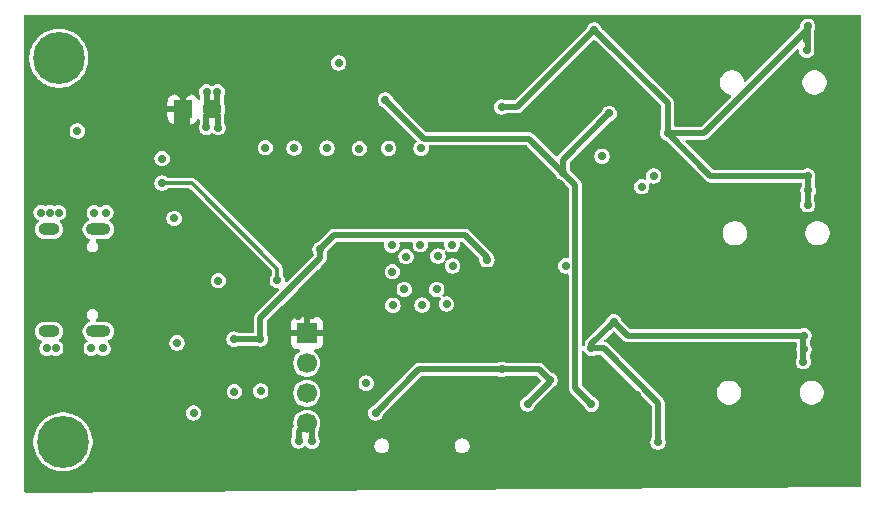
<source format=gbr>
%TF.GenerationSoftware,KiCad,Pcbnew,9.0.2*%
%TF.CreationDate,2025-07-12T15:53:05+01:00*%
%TF.ProjectId,EMG_hand_sensor,454d475f-6861-46e6-945f-73656e736f72,rev?*%
%TF.SameCoordinates,Original*%
%TF.FileFunction,Copper,L4,Bot*%
%TF.FilePolarity,Positive*%
%FSLAX46Y46*%
G04 Gerber Fmt 4.6, Leading zero omitted, Abs format (unit mm)*
G04 Created by KiCad (PCBNEW 9.0.2) date 2025-07-12 15:53:05*
%MOMM*%
%LPD*%
G01*
G04 APERTURE LIST*
G04 Aperture macros list*
%AMRoundRect*
0 Rectangle with rounded corners*
0 $1 Rounding radius*
0 $2 $3 $4 $5 $6 $7 $8 $9 X,Y pos of 4 corners*
0 Add a 4 corners polygon primitive as box body*
4,1,4,$2,$3,$4,$5,$6,$7,$8,$9,$2,$3,0*
0 Add four circle primitives for the rounded corners*
1,1,$1+$1,$2,$3*
1,1,$1+$1,$4,$5*
1,1,$1+$1,$6,$7*
1,1,$1+$1,$8,$9*
0 Add four rect primitives between the rounded corners*
20,1,$1+$1,$2,$3,$4,$5,0*
20,1,$1+$1,$4,$5,$6,$7,0*
20,1,$1+$1,$6,$7,$8,$9,0*
20,1,$1+$1,$8,$9,$2,$3,0*%
G04 Aperture macros list end*
%TA.AperFunction,ComponentPad*%
%ADD10R,1.700000X1.700000*%
%TD*%
%TA.AperFunction,ComponentPad*%
%ADD11C,1.700000*%
%TD*%
%TA.AperFunction,ComponentPad*%
%ADD12C,4.400000*%
%TD*%
%TA.AperFunction,ComponentPad*%
%ADD13RoundRect,0.250000X-0.550000X-0.550000X0.550000X-0.550000X0.550000X0.550000X-0.550000X0.550000X0*%
%TD*%
%TA.AperFunction,ComponentPad*%
%ADD14C,1.600000*%
%TD*%
%TA.AperFunction,HeatsinkPad*%
%ADD15O,2.100000X1.000000*%
%TD*%
%TA.AperFunction,HeatsinkPad*%
%ADD16O,1.800000X1.000000*%
%TD*%
%TA.AperFunction,ViaPad*%
%ADD17C,0.700000*%
%TD*%
%TA.AperFunction,Conductor*%
%ADD18C,0.500000*%
%TD*%
%TA.AperFunction,Conductor*%
%ADD19C,0.300000*%
%TD*%
G04 APERTURE END LIST*
D10*
%TO.P,J2,1,Pin_1*%
%TO.N,+3.3V*%
X168250000Y-77460000D03*
D11*
%TO.P,J2,2,Pin_2*%
%TO.N,/SWD_IO*%
X168250000Y-80000000D03*
%TO.P,J2,3,Pin_3*%
%TO.N,/SWD_CLK*%
X168250000Y-82540000D03*
%TO.P,J2,4,Pin_4*%
%TO.N,GND*%
X168250000Y-85080000D03*
%TD*%
D12*
%TO.P,H1,1,1*%
%TO.N,GND*%
X147610000Y-86670000D03*
%TD*%
D13*
%TO.P,C10,1*%
%TO.N,+3.3V*%
X157750000Y-58500000D03*
D14*
%TO.P,C10,2*%
%TO.N,GND*%
X160250000Y-58500000D03*
%TD*%
D12*
%TO.P,H2,1,1*%
%TO.N,GND*%
X147260000Y-54190000D03*
%TD*%
D15*
%TO.P,J1,S1,SHIELD*%
%TO.N,GND*%
X150605000Y-68680000D03*
D16*
X146425000Y-68680000D03*
D15*
X150605000Y-77320000D03*
D16*
X146425000Y-77320000D03*
%TD*%
D17*
%TO.N,+3.3VA*%
X169370000Y-70370000D03*
%TO.N,GND*%
X147250000Y-67250000D03*
X146500000Y-67250000D03*
%TO.N,VBUS*%
X165750000Y-73000000D03*
%TO.N,GND*%
X151250000Y-67250000D03*
X150250000Y-67250000D03*
X145750000Y-67250000D03*
X151000000Y-78750000D03*
X150000000Y-78750000D03*
X147000000Y-78750000D03*
X146250000Y-78750000D03*
%TO.N,VBUS*%
X156000000Y-64750000D03*
%TO.N,+3.3VA*%
X183500000Y-71250000D03*
X162100000Y-77970000D03*
X164320000Y-77960000D03*
%TO.N,GND*%
X210660000Y-51480000D03*
X196600000Y-65060000D03*
X188841250Y-81420000D03*
X175500000Y-72250000D03*
X179250000Y-73750000D03*
X164350000Y-82366250D03*
X210700000Y-65370000D03*
X210580000Y-52610000D03*
X164740000Y-61750000D03*
X162120000Y-82406250D03*
X210660000Y-66590000D03*
X159770000Y-57020000D03*
X177860000Y-69970000D03*
X197620000Y-64151250D03*
X184751250Y-58310000D03*
X197991250Y-86680000D03*
X176650000Y-70980000D03*
X156001250Y-62680000D03*
X160760000Y-73010000D03*
X175450000Y-70010000D03*
X157270000Y-78280000D03*
X159750000Y-60020000D03*
X210650000Y-64160000D03*
X172710000Y-61830000D03*
X210290000Y-79870000D03*
X180600000Y-71770000D03*
X192600000Y-51800000D03*
X174080000Y-84220000D03*
X175180000Y-61800000D03*
X167180000Y-61790000D03*
X168680000Y-86610000D03*
X157020000Y-67738750D03*
X198791250Y-60520000D03*
X178020000Y-75070000D03*
X193241250Y-62480000D03*
X160730000Y-60060000D03*
X210580000Y-53510000D03*
X190161250Y-71760000D03*
X210340000Y-77660000D03*
X173280000Y-81691250D03*
X148820000Y-60350000D03*
X169970000Y-61798750D03*
X167550000Y-86590000D03*
X180550000Y-69980000D03*
X186941250Y-83460000D03*
X184740000Y-80520000D03*
X179350000Y-70920000D03*
X175540000Y-75100000D03*
X192350000Y-78760000D03*
X170950000Y-54578750D03*
X176500000Y-73750000D03*
X180080000Y-74990000D03*
X158661250Y-84220000D03*
X177930000Y-61798750D03*
X210340000Y-78830000D03*
X194231250Y-76480000D03*
X160680000Y-57020000D03*
%TO.N,+1V6*%
X192350000Y-83470000D03*
X189950000Y-63870000D03*
X174900000Y-57720000D03*
X193860000Y-58860000D03*
%TO.N,+3.3V*%
X154190000Y-56710000D03*
X172760000Y-66210000D03*
X164720000Y-66200000D03*
X196170000Y-82690000D03*
X194360000Y-60420000D03*
X196450000Y-58860000D03*
X158170000Y-57010000D03*
X158070000Y-60040000D03*
X152490000Y-60470000D03*
X157270000Y-60020000D03*
X174760000Y-55810000D03*
X194410000Y-63040000D03*
X168660000Y-75960000D03*
X175220000Y-66250000D03*
X158540000Y-86800000D03*
X157280000Y-57000000D03*
X171980000Y-68310000D03*
X167240000Y-66210000D03*
X169990000Y-66190000D03*
X194750000Y-88000000D03*
X183570000Y-75210000D03*
X178010000Y-66220000D03*
X180530000Y-82110000D03*
X167540000Y-75980000D03*
X173220000Y-77330000D03*
X188340000Y-67670000D03*
%TD*%
D18*
%TO.N,+3.3VA*%
X170571000Y-69169000D02*
X169370000Y-70370000D01*
X183500000Y-71250000D02*
X183500000Y-71000000D01*
X183500000Y-71000000D02*
X181669000Y-69169000D01*
X181669000Y-69169000D02*
X170571000Y-69169000D01*
X169370000Y-71130000D02*
X169370000Y-70370000D01*
X164310000Y-76190000D02*
X169370000Y-71130000D01*
X164320000Y-77960000D02*
X164310000Y-77950000D01*
X164310000Y-77950000D02*
X164310000Y-76190000D01*
D19*
%TO.N,VBUS*%
X165750000Y-72000000D02*
X165750000Y-73000000D01*
X158500000Y-64750000D02*
X165750000Y-72000000D01*
X156000000Y-64750000D02*
X158500000Y-64750000D01*
D18*
%TO.N,+3.3VA*%
X164310000Y-77970000D02*
X164320000Y-77960000D01*
X162100000Y-77970000D02*
X164310000Y-77970000D01*
%TO.N,GND*%
X187941250Y-80520000D02*
X188841250Y-81420000D01*
X210660000Y-65410000D02*
X210700000Y-65370000D01*
X192600000Y-51800000D02*
X198791250Y-57991250D01*
X210290000Y-77710000D02*
X210340000Y-77660000D01*
X167550000Y-85780000D02*
X168250000Y-85080000D01*
X202431250Y-64160000D02*
X198791250Y-60520000D01*
X192350000Y-78760000D02*
X192350000Y-78361250D01*
X160680000Y-58070000D02*
X160250000Y-58500000D01*
X160680000Y-57020000D02*
X160680000Y-58070000D01*
X210700000Y-64210000D02*
X210650000Y-64160000D01*
X210660000Y-53430000D02*
X210580000Y-53510000D01*
X168680000Y-85510000D02*
X168250000Y-85080000D01*
X210700000Y-65370000D02*
X210700000Y-64210000D01*
X210660000Y-51750603D02*
X201890603Y-60520000D01*
X159770000Y-57020000D02*
X159770000Y-58020000D01*
X186090000Y-58310000D02*
X184751250Y-58310000D01*
X184740000Y-80520000D02*
X187941250Y-80520000D01*
X197991250Y-86680000D02*
X197991250Y-83378464D01*
X197991250Y-83378464D02*
X193372786Y-78760000D01*
X210660000Y-66590000D02*
X210660000Y-65410000D01*
X159750000Y-59000000D02*
X160250000Y-58500000D01*
X193372786Y-78760000D02*
X192350000Y-78760000D01*
X167550000Y-86590000D02*
X167550000Y-85780000D01*
X210290000Y-79870000D02*
X210290000Y-77710000D01*
X210650000Y-64160000D02*
X202431250Y-64160000D01*
X159750000Y-60020000D02*
X159750000Y-59000000D01*
X192350000Y-78361250D02*
X194231250Y-76480000D01*
X168680000Y-86610000D02*
X168680000Y-85510000D01*
X192600000Y-51800000D02*
X186090000Y-58310000D01*
X188841250Y-81420000D02*
X188841250Y-81560000D01*
X195411250Y-77660000D02*
X194231250Y-76480000D01*
X177780000Y-80520000D02*
X184740000Y-80520000D01*
X188841250Y-81560000D02*
X186941250Y-83460000D01*
X160730000Y-60060000D02*
X160730000Y-58980000D01*
X159770000Y-58020000D02*
X160250000Y-58500000D01*
X210660000Y-51480000D02*
X210660000Y-53430000D01*
X160730000Y-58980000D02*
X160250000Y-58500000D01*
X210660000Y-51480000D02*
X210660000Y-51750603D01*
X198791250Y-57991250D02*
X198791250Y-60520000D01*
X210340000Y-77660000D02*
X195411250Y-77660000D01*
X201890603Y-60520000D02*
X198791250Y-60520000D01*
X174080000Y-84220000D02*
X177780000Y-80520000D01*
%TO.N,+1V6*%
X190962250Y-64882250D02*
X189950000Y-63870000D01*
X193860000Y-58860000D02*
X189950000Y-62770000D01*
X178177750Y-60997750D02*
X187077750Y-60997750D01*
X174900000Y-57720000D02*
X178177750Y-60997750D01*
X192350000Y-83470000D02*
X190962250Y-82082250D01*
X190962250Y-82082250D02*
X190962250Y-64882250D01*
X189950000Y-62770000D02*
X189950000Y-63870000D01*
X187077750Y-60997750D02*
X189950000Y-63870000D01*
%TO.N,+3.3V*%
X158070000Y-60040000D02*
X158265000Y-60235000D01*
D19*
X167560000Y-75960000D02*
X167540000Y-75980000D01*
D18*
X158170000Y-57010000D02*
X157750000Y-57430000D01*
X194750000Y-84110000D02*
X196170000Y-82690000D01*
X158070000Y-58820000D02*
X157750000Y-58500000D01*
X157750000Y-57470000D02*
X157280000Y-57000000D01*
X157250000Y-59940000D02*
X157250000Y-59000000D01*
X194890000Y-60420000D02*
X196450000Y-58860000D01*
X158070000Y-59950000D02*
X158070000Y-58820000D01*
X158050000Y-60020000D02*
X158265000Y-60235000D01*
X157750000Y-57430000D02*
X157750000Y-58500000D01*
X157750000Y-58500000D02*
X157750000Y-57470000D01*
X194750000Y-88000000D02*
X194750000Y-84110000D01*
X194360000Y-60420000D02*
X194890000Y-60420000D01*
X157250000Y-59000000D02*
X157750000Y-58500000D01*
X157270000Y-60020000D02*
X158050000Y-60020000D01*
%TD*%
%TA.AperFunction,Conductor*%
%TO.N,+3.3V*%
G36*
X215143039Y-50520185D02*
G01*
X215188794Y-50572989D01*
X215200000Y-50624500D01*
X215200000Y-90346340D01*
X215180315Y-90413379D01*
X215127511Y-90459134D01*
X215076934Y-90470336D01*
X177996020Y-90749514D01*
X177995972Y-90749515D01*
X144464933Y-90989022D01*
X144397754Y-90969817D01*
X144351623Y-90917341D01*
X144340047Y-90865118D01*
X144336912Y-86529568D01*
X145109500Y-86529568D01*
X145109500Y-86810431D01*
X145140942Y-87089494D01*
X145140945Y-87089512D01*
X145203439Y-87363317D01*
X145203443Y-87363329D01*
X145296200Y-87628411D01*
X145418053Y-87881442D01*
X145418055Y-87881445D01*
X145567477Y-88119248D01*
X145742584Y-88338825D01*
X145941175Y-88537416D01*
X146160752Y-88712523D01*
X146398555Y-88861945D01*
X146651592Y-88983801D01*
X146850680Y-89053465D01*
X146916670Y-89076556D01*
X146916682Y-89076560D01*
X147190491Y-89139055D01*
X147190497Y-89139055D01*
X147190505Y-89139057D01*
X147376547Y-89160018D01*
X147469569Y-89170499D01*
X147469572Y-89170500D01*
X147469575Y-89170500D01*
X147750428Y-89170500D01*
X147750429Y-89170499D01*
X147893055Y-89154429D01*
X148029494Y-89139057D01*
X148029499Y-89139056D01*
X148029509Y-89139055D01*
X148303318Y-89076560D01*
X148568408Y-88983801D01*
X148821445Y-88861945D01*
X149059248Y-88712523D01*
X149278825Y-88537416D01*
X149477416Y-88338825D01*
X149652523Y-88119248D01*
X149801945Y-87881445D01*
X149923801Y-87628408D01*
X150016560Y-87363318D01*
X150079055Y-87089509D01*
X150082144Y-87062099D01*
X150109861Y-86816097D01*
X150110500Y-86810425D01*
X150110500Y-86654071D01*
X166899499Y-86654071D01*
X166924497Y-86779738D01*
X166924499Y-86779744D01*
X166973533Y-86898124D01*
X166973538Y-86898133D01*
X167044723Y-87004668D01*
X167044726Y-87004672D01*
X167135327Y-87095273D01*
X167135331Y-87095276D01*
X167241866Y-87166461D01*
X167241872Y-87166464D01*
X167241873Y-87166465D01*
X167360256Y-87215501D01*
X167360260Y-87215501D01*
X167360261Y-87215502D01*
X167485928Y-87240500D01*
X167485931Y-87240500D01*
X167614071Y-87240500D01*
X167698615Y-87223682D01*
X167739744Y-87215501D01*
X167858127Y-87166465D01*
X167964669Y-87095276D01*
X167970451Y-87089494D01*
X168017319Y-87042627D01*
X168078642Y-87009142D01*
X168148334Y-87014126D01*
X168192681Y-87042627D01*
X168265327Y-87115273D01*
X168265331Y-87115276D01*
X168371866Y-87186461D01*
X168371872Y-87186464D01*
X168371873Y-87186465D01*
X168490256Y-87235501D01*
X168490260Y-87235501D01*
X168490261Y-87235502D01*
X168615928Y-87260500D01*
X168615931Y-87260500D01*
X168744071Y-87260500D01*
X168844613Y-87240500D01*
X168869744Y-87235501D01*
X168988127Y-87186465D01*
X169094669Y-87115276D01*
X169185276Y-87024669D01*
X169243256Y-86937896D01*
X173969500Y-86937896D01*
X173969500Y-87062103D01*
X173993727Y-87183902D01*
X173993730Y-87183912D01*
X174041256Y-87298650D01*
X174041261Y-87298660D01*
X174110257Y-87401919D01*
X174110260Y-87401923D01*
X174198076Y-87489739D01*
X174198080Y-87489742D01*
X174301339Y-87558738D01*
X174301343Y-87558740D01*
X174301346Y-87558742D01*
X174416090Y-87606271D01*
X174527399Y-87628411D01*
X174537896Y-87630499D01*
X174537900Y-87630500D01*
X174537901Y-87630500D01*
X174662100Y-87630500D01*
X174662101Y-87630499D01*
X174783910Y-87606271D01*
X174898654Y-87558742D01*
X175001920Y-87489742D01*
X175089742Y-87401920D01*
X175158742Y-87298654D01*
X175206271Y-87183910D01*
X175230500Y-87062099D01*
X175230500Y-86937901D01*
X175230499Y-86937896D01*
X180769500Y-86937896D01*
X180769500Y-87062103D01*
X180793727Y-87183902D01*
X180793730Y-87183912D01*
X180841256Y-87298650D01*
X180841261Y-87298660D01*
X180910257Y-87401919D01*
X180910260Y-87401923D01*
X180998076Y-87489739D01*
X180998080Y-87489742D01*
X181101339Y-87558738D01*
X181101343Y-87558740D01*
X181101346Y-87558742D01*
X181216090Y-87606271D01*
X181327399Y-87628411D01*
X181337896Y-87630499D01*
X181337900Y-87630500D01*
X181337901Y-87630500D01*
X181462100Y-87630500D01*
X181462101Y-87630499D01*
X181583910Y-87606271D01*
X181698654Y-87558742D01*
X181801920Y-87489742D01*
X181889742Y-87401920D01*
X181958742Y-87298654D01*
X182006271Y-87183910D01*
X182030500Y-87062099D01*
X182030500Y-86937901D01*
X182006271Y-86816090D01*
X181958742Y-86701346D01*
X181958740Y-86701343D01*
X181958738Y-86701339D01*
X181889742Y-86598080D01*
X181889739Y-86598076D01*
X181801923Y-86510260D01*
X181801919Y-86510257D01*
X181698660Y-86441261D01*
X181698650Y-86441256D01*
X181583912Y-86393730D01*
X181583913Y-86393730D01*
X181583910Y-86393729D01*
X181583906Y-86393728D01*
X181583902Y-86393727D01*
X181462103Y-86369500D01*
X181462099Y-86369500D01*
X181337901Y-86369500D01*
X181337896Y-86369500D01*
X181216097Y-86393727D01*
X181216087Y-86393730D01*
X181101349Y-86441256D01*
X181101339Y-86441261D01*
X180998080Y-86510257D01*
X180998076Y-86510260D01*
X180910260Y-86598076D01*
X180910257Y-86598080D01*
X180841261Y-86701339D01*
X180841256Y-86701349D01*
X180793730Y-86816087D01*
X180793727Y-86816097D01*
X180769500Y-86937896D01*
X175230499Y-86937896D01*
X175206271Y-86816090D01*
X175158742Y-86701346D01*
X175158740Y-86701343D01*
X175158738Y-86701339D01*
X175089742Y-86598080D01*
X175089739Y-86598076D01*
X175001923Y-86510260D01*
X175001919Y-86510257D01*
X174898660Y-86441261D01*
X174898650Y-86441256D01*
X174783912Y-86393730D01*
X174783913Y-86393730D01*
X174783910Y-86393729D01*
X174783906Y-86393728D01*
X174783902Y-86393727D01*
X174662103Y-86369500D01*
X174662099Y-86369500D01*
X174537901Y-86369500D01*
X174537896Y-86369500D01*
X174416097Y-86393727D01*
X174416087Y-86393730D01*
X174301349Y-86441256D01*
X174301339Y-86441261D01*
X174198080Y-86510257D01*
X174198076Y-86510260D01*
X174110260Y-86598076D01*
X174110257Y-86598080D01*
X174041261Y-86701339D01*
X174041256Y-86701349D01*
X173993730Y-86816087D01*
X173993727Y-86816097D01*
X173969500Y-86937896D01*
X169243256Y-86937896D01*
X169256465Y-86918127D01*
X169305501Y-86799744D01*
X169330500Y-86674069D01*
X169330500Y-86545931D01*
X169330500Y-86545928D01*
X169305502Y-86420261D01*
X169305501Y-86420260D01*
X169305501Y-86420256D01*
X169256465Y-86301873D01*
X169256465Y-86301872D01*
X169251396Y-86294286D01*
X169230520Y-86227608D01*
X169230500Y-86225398D01*
X169230500Y-85719625D01*
X169244015Y-85663330D01*
X169316211Y-85521639D01*
X169372171Y-85349409D01*
X169392548Y-85220753D01*
X169400500Y-85170551D01*
X169400500Y-84989448D01*
X169384019Y-84885397D01*
X169372171Y-84810591D01*
X169316211Y-84638361D01*
X169316211Y-84638360D01*
X169287740Y-84582484D01*
X169233996Y-84477006D01*
X169185130Y-84409747D01*
X169127558Y-84330505D01*
X169127554Y-84330500D01*
X169081125Y-84284071D01*
X173429499Y-84284071D01*
X173454497Y-84409738D01*
X173454499Y-84409744D01*
X173503533Y-84528124D01*
X173503538Y-84528133D01*
X173574723Y-84634668D01*
X173574726Y-84634672D01*
X173665327Y-84725273D01*
X173665331Y-84725276D01*
X173771866Y-84796461D01*
X173771875Y-84796466D01*
X173798692Y-84807574D01*
X173890256Y-84845501D01*
X173890260Y-84845501D01*
X173890261Y-84845502D01*
X174015928Y-84870500D01*
X174015931Y-84870500D01*
X174144071Y-84870500D01*
X174228615Y-84853682D01*
X174269744Y-84845501D01*
X174388127Y-84796465D01*
X174494669Y-84725276D01*
X174585276Y-84634669D01*
X174656465Y-84528127D01*
X174705501Y-84409744D01*
X174707279Y-84400800D01*
X174739659Y-84338891D01*
X174741157Y-84337366D01*
X177971706Y-81106819D01*
X178033029Y-81073334D01*
X178059387Y-81070500D01*
X184355399Y-81070500D01*
X184422438Y-81090185D01*
X184424252Y-81091373D01*
X184431873Y-81096465D01*
X184550256Y-81145501D01*
X184550260Y-81145501D01*
X184550261Y-81145502D01*
X184675928Y-81170500D01*
X184675931Y-81170500D01*
X184804071Y-81170500D01*
X184904613Y-81150500D01*
X184929744Y-81145501D01*
X185048127Y-81096465D01*
X185055712Y-81091396D01*
X185122389Y-81070520D01*
X185124601Y-81070500D01*
X187661863Y-81070500D01*
X187728902Y-81090185D01*
X187749544Y-81106819D01*
X188045043Y-81402318D01*
X188078528Y-81463641D01*
X188073544Y-81533333D01*
X188045043Y-81577680D01*
X186823940Y-82798783D01*
X186762617Y-82832268D01*
X186760452Y-82832719D01*
X186751509Y-82834497D01*
X186751507Y-82834498D01*
X186633125Y-82883533D01*
X186633116Y-82883538D01*
X186526581Y-82954723D01*
X186526577Y-82954726D01*
X186435976Y-83045327D01*
X186435973Y-83045331D01*
X186364788Y-83151866D01*
X186364783Y-83151875D01*
X186315749Y-83270255D01*
X186315747Y-83270261D01*
X186290750Y-83395928D01*
X186290750Y-83395931D01*
X186290750Y-83524069D01*
X186290750Y-83524071D01*
X186290749Y-83524071D01*
X186315747Y-83649738D01*
X186315749Y-83649744D01*
X186364783Y-83768124D01*
X186364788Y-83768133D01*
X186435973Y-83874668D01*
X186435976Y-83874672D01*
X186526577Y-83965273D01*
X186526581Y-83965276D01*
X186633116Y-84036461D01*
X186633122Y-84036464D01*
X186633123Y-84036465D01*
X186751506Y-84085501D01*
X186751510Y-84085501D01*
X186751511Y-84085502D01*
X186877178Y-84110500D01*
X186877181Y-84110500D01*
X187005321Y-84110500D01*
X187089865Y-84093682D01*
X187130994Y-84085501D01*
X187249377Y-84036465D01*
X187355919Y-83965276D01*
X187446526Y-83874669D01*
X187517715Y-83768127D01*
X187566751Y-83649744D01*
X187568529Y-83640800D01*
X187600909Y-83578891D01*
X187602408Y-83577365D01*
X189243697Y-81936076D01*
X189252721Y-81927899D01*
X189255909Y-81925282D01*
X189255919Y-81925276D01*
X189346526Y-81834669D01*
X189417715Y-81728127D01*
X189466751Y-81609744D01*
X189474932Y-81568615D01*
X189491750Y-81484071D01*
X189491750Y-81355928D01*
X189466752Y-81230261D01*
X189466751Y-81230260D01*
X189466751Y-81230256D01*
X189421980Y-81122170D01*
X189417716Y-81111875D01*
X189417711Y-81111866D01*
X189346526Y-81005331D01*
X189346523Y-81005327D01*
X189255922Y-80914726D01*
X189255918Y-80914723D01*
X189149383Y-80843538D01*
X189149374Y-80843533D01*
X189030994Y-80794499D01*
X189030986Y-80794497D01*
X189022048Y-80792719D01*
X188960137Y-80760334D01*
X188958558Y-80758783D01*
X188279266Y-80079491D01*
X188279265Y-80079490D01*
X188153735Y-80007016D01*
X188153736Y-80007016D01*
X188118732Y-79997637D01*
X188013725Y-79969500D01*
X188013722Y-79969500D01*
X185124601Y-79969500D01*
X185057562Y-79949815D01*
X185055747Y-79948626D01*
X185048127Y-79943535D01*
X185048124Y-79943533D01*
X185048123Y-79943533D01*
X184929744Y-79894499D01*
X184929738Y-79894497D01*
X184804071Y-79869500D01*
X184804069Y-79869500D01*
X184675931Y-79869500D01*
X184675929Y-79869500D01*
X184550261Y-79894497D01*
X184550255Y-79894499D01*
X184431876Y-79943533D01*
X184431873Y-79943534D01*
X184431873Y-79943535D01*
X184424287Y-79948603D01*
X184357611Y-79969480D01*
X184355399Y-79969500D01*
X177707525Y-79969500D01*
X177602517Y-79997637D01*
X177567514Y-80007016D01*
X177441986Y-80079489D01*
X177441983Y-80079491D01*
X173962690Y-83558783D01*
X173901367Y-83592268D01*
X173899202Y-83592719D01*
X173890259Y-83594497D01*
X173890257Y-83594498D01*
X173771875Y-83643533D01*
X173771866Y-83643538D01*
X173665331Y-83714723D01*
X173665327Y-83714726D01*
X173574726Y-83805327D01*
X173574723Y-83805331D01*
X173503538Y-83911866D01*
X173503533Y-83911875D01*
X173454499Y-84030255D01*
X173454497Y-84030261D01*
X173429500Y-84155928D01*
X173429500Y-84155931D01*
X173429500Y-84284069D01*
X173429500Y-84284071D01*
X173429499Y-84284071D01*
X169081125Y-84284071D01*
X168999499Y-84202445D01*
X168999494Y-84202441D01*
X168852997Y-84096006D01*
X168852996Y-84096005D01*
X168852994Y-84096004D01*
X168801300Y-84069664D01*
X168691639Y-84013788D01*
X168691636Y-84013787D01*
X168519410Y-83957829D01*
X168359321Y-83932473D01*
X168296186Y-83902544D01*
X168259255Y-83843232D01*
X168260253Y-83773370D01*
X168298863Y-83715137D01*
X168359321Y-83687527D01*
X168429425Y-83676422D01*
X168519409Y-83662171D01*
X168691639Y-83606211D01*
X168852994Y-83523996D01*
X168999501Y-83417553D01*
X169127553Y-83289501D01*
X169233996Y-83142994D01*
X169316211Y-82981639D01*
X169372171Y-82809409D01*
X169393558Y-82674377D01*
X169400500Y-82630551D01*
X169400500Y-82449448D01*
X169377174Y-82302181D01*
X169372171Y-82270591D01*
X169341601Y-82176505D01*
X169316212Y-82098363D01*
X169316211Y-82098360D01*
X169272140Y-82011868D01*
X169233996Y-81937006D01*
X169193297Y-81880988D01*
X169127558Y-81790505D01*
X169127554Y-81790500D01*
X169092375Y-81755321D01*
X172629499Y-81755321D01*
X172654497Y-81880988D01*
X172654499Y-81880994D01*
X172703533Y-81999374D01*
X172703538Y-81999383D01*
X172774723Y-82105918D01*
X172774726Y-82105922D01*
X172865327Y-82196523D01*
X172865331Y-82196526D01*
X172971866Y-82267711D01*
X172971872Y-82267714D01*
X172971873Y-82267715D01*
X173090256Y-82316751D01*
X173090260Y-82316751D01*
X173090261Y-82316752D01*
X173215928Y-82341750D01*
X173215931Y-82341750D01*
X173344071Y-82341750D01*
X173428615Y-82324932D01*
X173469744Y-82316751D01*
X173588127Y-82267715D01*
X173694669Y-82196526D01*
X173785276Y-82105919D01*
X173856465Y-81999377D01*
X173905501Y-81880994D01*
X173923644Y-81789785D01*
X173930500Y-81755321D01*
X173930500Y-81627178D01*
X173905502Y-81501511D01*
X173905501Y-81501510D01*
X173905501Y-81501506D01*
X173860338Y-81392473D01*
X173856466Y-81383125D01*
X173856461Y-81383116D01*
X173785276Y-81276581D01*
X173785273Y-81276577D01*
X173694672Y-81185976D01*
X173694668Y-81185973D01*
X173588133Y-81114788D01*
X173588124Y-81114783D01*
X173469744Y-81065749D01*
X173469738Y-81065747D01*
X173344071Y-81040750D01*
X173344069Y-81040750D01*
X173215931Y-81040750D01*
X173215929Y-81040750D01*
X173090261Y-81065747D01*
X173090255Y-81065749D01*
X172971875Y-81114783D01*
X172971866Y-81114788D01*
X172865331Y-81185973D01*
X172865327Y-81185976D01*
X172774726Y-81276577D01*
X172774723Y-81276581D01*
X172703538Y-81383116D01*
X172703533Y-81383125D01*
X172654499Y-81501505D01*
X172654497Y-81501511D01*
X172629500Y-81627178D01*
X172629500Y-81627181D01*
X172629500Y-81755319D01*
X172629500Y-81755321D01*
X172629499Y-81755321D01*
X169092375Y-81755321D01*
X168999499Y-81662445D01*
X168999494Y-81662441D01*
X168852997Y-81556006D01*
X168852996Y-81556005D01*
X168852994Y-81556004D01*
X168801300Y-81529664D01*
X168691639Y-81473788D01*
X168691636Y-81473787D01*
X168519410Y-81417829D01*
X168359321Y-81392473D01*
X168296186Y-81362544D01*
X168259255Y-81303232D01*
X168260253Y-81233370D01*
X168298863Y-81175137D01*
X168359321Y-81147527D01*
X168429425Y-81136422D01*
X168519409Y-81122171D01*
X168691639Y-81066211D01*
X168852994Y-80983996D01*
X168999501Y-80877553D01*
X169127553Y-80749501D01*
X169233996Y-80602994D01*
X169316211Y-80441639D01*
X169372171Y-80269409D01*
X169386765Y-80177259D01*
X169400500Y-80090551D01*
X169400500Y-79909448D01*
X169384019Y-79805397D01*
X169372171Y-79730591D01*
X169316211Y-79558361D01*
X169316211Y-79558360D01*
X169279034Y-79485398D01*
X169233996Y-79397006D01*
X169197533Y-79346819D01*
X169127558Y-79250505D01*
X169127554Y-79250500D01*
X168999495Y-79122441D01*
X168878202Y-79034318D01*
X168835536Y-78978989D01*
X168829557Y-78909375D01*
X168862162Y-78847580D01*
X168923001Y-78813223D01*
X168951087Y-78810000D01*
X169147828Y-78810000D01*
X169147844Y-78809999D01*
X169207372Y-78803598D01*
X169207379Y-78803596D01*
X169342086Y-78753354D01*
X169342093Y-78753350D01*
X169457187Y-78667190D01*
X169457190Y-78667187D01*
X169543350Y-78552093D01*
X169543354Y-78552086D01*
X169593596Y-78417379D01*
X169593598Y-78417372D01*
X169599999Y-78357844D01*
X169600000Y-78357827D01*
X169600000Y-77710000D01*
X168683012Y-77710000D01*
X168715925Y-77652993D01*
X168750000Y-77525826D01*
X168750000Y-77394174D01*
X168715925Y-77267007D01*
X168683012Y-77210000D01*
X169600000Y-77210000D01*
X169600000Y-76562172D01*
X169599999Y-76562155D01*
X169593598Y-76502627D01*
X169593596Y-76502620D01*
X169543354Y-76367913D01*
X169543350Y-76367906D01*
X169457190Y-76252812D01*
X169457187Y-76252809D01*
X169342093Y-76166649D01*
X169342086Y-76166645D01*
X169207379Y-76116403D01*
X169207372Y-76116401D01*
X169147844Y-76110000D01*
X168500000Y-76110000D01*
X168500000Y-77026988D01*
X168442993Y-76994075D01*
X168315826Y-76960000D01*
X168184174Y-76960000D01*
X168057007Y-76994075D01*
X168000000Y-77026988D01*
X168000000Y-76110000D01*
X167352155Y-76110000D01*
X167292627Y-76116401D01*
X167292620Y-76116403D01*
X167157913Y-76166645D01*
X167157906Y-76166649D01*
X167042812Y-76252809D01*
X167042809Y-76252812D01*
X166956649Y-76367906D01*
X166956645Y-76367913D01*
X166906403Y-76502620D01*
X166906401Y-76502627D01*
X166900000Y-76562155D01*
X166900000Y-77210000D01*
X167816988Y-77210000D01*
X167784075Y-77267007D01*
X167750000Y-77394174D01*
X167750000Y-77525826D01*
X167784075Y-77652993D01*
X167816988Y-77710000D01*
X166900000Y-77710000D01*
X166900000Y-78357844D01*
X166906401Y-78417372D01*
X166906403Y-78417379D01*
X166956645Y-78552086D01*
X166956649Y-78552093D01*
X167042809Y-78667187D01*
X167042812Y-78667190D01*
X167157906Y-78753350D01*
X167157913Y-78753354D01*
X167292620Y-78803596D01*
X167292627Y-78803598D01*
X167352155Y-78809999D01*
X167352172Y-78810000D01*
X167548913Y-78810000D01*
X167615952Y-78829685D01*
X167661707Y-78882489D01*
X167671651Y-78951647D01*
X167642626Y-79015203D01*
X167621798Y-79034318D01*
X167500504Y-79122441D01*
X167372445Y-79250500D01*
X167372441Y-79250505D01*
X167266006Y-79397002D01*
X167183788Y-79558360D01*
X167183787Y-79558363D01*
X167127829Y-79730589D01*
X167099500Y-79909448D01*
X167099500Y-80090551D01*
X167127829Y-80269410D01*
X167183787Y-80441636D01*
X167183788Y-80441639D01*
X167266006Y-80602997D01*
X167372441Y-80749494D01*
X167372445Y-80749499D01*
X167500500Y-80877554D01*
X167500505Y-80877558D01*
X167628287Y-80970396D01*
X167647006Y-80983996D01*
X167752484Y-81037740D01*
X167808360Y-81066211D01*
X167808363Y-81066212D01*
X167885877Y-81091397D01*
X167980591Y-81122171D01*
X168053639Y-81133740D01*
X168140678Y-81147527D01*
X168203813Y-81177456D01*
X168240744Y-81236768D01*
X168239746Y-81306631D01*
X168201136Y-81364863D01*
X168140678Y-81392473D01*
X167980589Y-81417829D01*
X167808363Y-81473787D01*
X167808360Y-81473788D01*
X167647002Y-81556006D01*
X167500505Y-81662441D01*
X167500500Y-81662445D01*
X167372445Y-81790500D01*
X167372441Y-81790505D01*
X167266006Y-81937002D01*
X167183788Y-82098360D01*
X167183787Y-82098363D01*
X167127829Y-82270589D01*
X167099500Y-82449448D01*
X167099500Y-82630551D01*
X167127829Y-82809410D01*
X167183787Y-82981636D01*
X167183788Y-82981639D01*
X167266006Y-83142997D01*
X167372441Y-83289494D01*
X167372445Y-83289499D01*
X167500500Y-83417554D01*
X167500505Y-83417558D01*
X167628287Y-83510396D01*
X167647006Y-83523996D01*
X167736312Y-83569500D01*
X167808360Y-83606211D01*
X167808363Y-83606212D01*
X167886172Y-83631493D01*
X167980591Y-83662171D01*
X168053639Y-83673740D01*
X168140678Y-83687527D01*
X168203813Y-83717456D01*
X168240744Y-83776768D01*
X168239746Y-83846631D01*
X168201136Y-83904863D01*
X168140678Y-83932473D01*
X167980589Y-83957829D01*
X167808363Y-84013787D01*
X167808360Y-84013788D01*
X167647002Y-84096006D01*
X167500505Y-84202441D01*
X167500500Y-84202445D01*
X167372445Y-84330500D01*
X167372441Y-84330505D01*
X167266006Y-84477002D01*
X167183788Y-84638360D01*
X167183787Y-84638363D01*
X167127829Y-84810589D01*
X167099500Y-84989448D01*
X167099500Y-85170551D01*
X167128517Y-85353758D01*
X167119562Y-85423052D01*
X167113432Y-85435155D01*
X167037016Y-85567513D01*
X167018258Y-85637520D01*
X166999500Y-85707525D01*
X166999500Y-85707527D01*
X166999500Y-86205398D01*
X166979815Y-86272437D01*
X166978604Y-86274286D01*
X166973534Y-86281872D01*
X166924499Y-86400255D01*
X166924497Y-86400261D01*
X166899500Y-86525928D01*
X166899500Y-86525931D01*
X166899500Y-86654069D01*
X166899500Y-86654071D01*
X166899499Y-86654071D01*
X150110500Y-86654071D01*
X150110500Y-86529575D01*
X150110500Y-86529570D01*
X150079057Y-86250505D01*
X150079054Y-86250487D01*
X150016560Y-85976682D01*
X150016556Y-85976670D01*
X149993465Y-85910680D01*
X149923801Y-85711592D01*
X149801945Y-85458555D01*
X149652523Y-85220752D01*
X149477416Y-85001175D01*
X149278825Y-84802584D01*
X149059248Y-84627477D01*
X148821445Y-84478055D01*
X148821442Y-84478053D01*
X148568411Y-84356200D01*
X148362280Y-84284071D01*
X158010749Y-84284071D01*
X158035747Y-84409738D01*
X158035749Y-84409744D01*
X158084783Y-84528124D01*
X158084788Y-84528133D01*
X158155973Y-84634668D01*
X158155976Y-84634672D01*
X158246577Y-84725273D01*
X158246581Y-84725276D01*
X158353116Y-84796461D01*
X158353125Y-84796466D01*
X158379942Y-84807574D01*
X158471506Y-84845501D01*
X158471510Y-84845501D01*
X158471511Y-84845502D01*
X158597178Y-84870500D01*
X158597181Y-84870500D01*
X158725321Y-84870500D01*
X158809865Y-84853682D01*
X158850994Y-84845501D01*
X158969377Y-84796465D01*
X159075919Y-84725276D01*
X159166526Y-84634669D01*
X159237715Y-84528127D01*
X159286751Y-84409744D01*
X159311750Y-84284069D01*
X159311750Y-84155931D01*
X159311750Y-84155928D01*
X159286752Y-84030261D01*
X159286751Y-84030260D01*
X159286751Y-84030256D01*
X159237715Y-83911873D01*
X159237714Y-83911872D01*
X159237711Y-83911866D01*
X159166526Y-83805331D01*
X159166523Y-83805327D01*
X159075922Y-83714726D01*
X159075918Y-83714723D01*
X158969383Y-83643538D01*
X158969374Y-83643533D01*
X158850994Y-83594499D01*
X158850988Y-83594497D01*
X158725321Y-83569500D01*
X158725319Y-83569500D01*
X158597181Y-83569500D01*
X158597179Y-83569500D01*
X158471511Y-83594497D01*
X158471505Y-83594499D01*
X158353125Y-83643533D01*
X158353116Y-83643538D01*
X158246581Y-83714723D01*
X158246577Y-83714726D01*
X158155976Y-83805327D01*
X158155973Y-83805331D01*
X158084788Y-83911866D01*
X158084783Y-83911875D01*
X158035749Y-84030255D01*
X158035747Y-84030261D01*
X158010750Y-84155928D01*
X158010750Y-84155931D01*
X158010750Y-84284069D01*
X158010750Y-84284071D01*
X158010749Y-84284071D01*
X148362280Y-84284071D01*
X148313151Y-84266880D01*
X148313150Y-84266880D01*
X148303323Y-84263441D01*
X148303317Y-84263439D01*
X148029512Y-84200945D01*
X148029494Y-84200942D01*
X147750431Y-84169500D01*
X147750425Y-84169500D01*
X147469575Y-84169500D01*
X147469568Y-84169500D01*
X147190505Y-84200942D01*
X147190487Y-84200945D01*
X146916682Y-84263439D01*
X146916670Y-84263443D01*
X146651588Y-84356200D01*
X146398557Y-84478053D01*
X146160753Y-84627476D01*
X145941175Y-84802583D01*
X145742583Y-85001175D01*
X145567476Y-85220753D01*
X145418053Y-85458557D01*
X145296200Y-85711588D01*
X145203443Y-85976670D01*
X145203439Y-85976682D01*
X145140945Y-86250487D01*
X145140942Y-86250505D01*
X145109500Y-86529568D01*
X144336912Y-86529568D01*
X144333977Y-82470321D01*
X161469499Y-82470321D01*
X161494497Y-82595988D01*
X161494499Y-82595994D01*
X161543533Y-82714374D01*
X161543538Y-82714383D01*
X161614723Y-82820918D01*
X161614726Y-82820922D01*
X161705327Y-82911523D01*
X161705331Y-82911526D01*
X161811866Y-82982711D01*
X161811872Y-82982714D01*
X161811873Y-82982715D01*
X161930256Y-83031751D01*
X161930260Y-83031751D01*
X161930261Y-83031752D01*
X162055928Y-83056750D01*
X162055931Y-83056750D01*
X162184071Y-83056750D01*
X162268615Y-83039932D01*
X162309744Y-83031751D01*
X162428127Y-82982715D01*
X162534669Y-82911526D01*
X162625276Y-82820919D01*
X162696465Y-82714377D01*
X162745501Y-82595994D01*
X162770500Y-82470319D01*
X162770500Y-82430321D01*
X163699499Y-82430321D01*
X163724497Y-82555988D01*
X163724499Y-82555994D01*
X163773533Y-82674374D01*
X163773538Y-82674383D01*
X163844723Y-82780918D01*
X163844726Y-82780922D01*
X163935327Y-82871523D01*
X163935331Y-82871526D01*
X164041866Y-82942711D01*
X164041872Y-82942714D01*
X164041873Y-82942715D01*
X164160256Y-82991751D01*
X164160260Y-82991751D01*
X164160261Y-82991752D01*
X164285928Y-83016750D01*
X164285931Y-83016750D01*
X164414071Y-83016750D01*
X164498615Y-82999932D01*
X164539744Y-82991751D01*
X164658127Y-82942715D01*
X164764669Y-82871526D01*
X164855276Y-82780919D01*
X164926465Y-82674377D01*
X164975501Y-82555994D01*
X165000500Y-82430319D01*
X165000500Y-82302181D01*
X165000500Y-82302178D01*
X164975502Y-82176511D01*
X164975501Y-82176510D01*
X164975501Y-82176506D01*
X164926465Y-82058123D01*
X164926464Y-82058122D01*
X164926461Y-82058116D01*
X164855276Y-81951581D01*
X164855273Y-81951577D01*
X164764672Y-81860976D01*
X164764668Y-81860973D01*
X164658133Y-81789788D01*
X164658124Y-81789783D01*
X164539744Y-81740749D01*
X164539738Y-81740747D01*
X164414071Y-81715750D01*
X164414069Y-81715750D01*
X164285931Y-81715750D01*
X164285929Y-81715750D01*
X164160261Y-81740747D01*
X164160255Y-81740749D01*
X164041875Y-81789783D01*
X164041866Y-81789788D01*
X163935331Y-81860973D01*
X163935327Y-81860976D01*
X163844726Y-81951577D01*
X163844723Y-81951581D01*
X163773538Y-82058116D01*
X163773533Y-82058125D01*
X163724499Y-82176505D01*
X163724497Y-82176511D01*
X163699500Y-82302178D01*
X163699500Y-82302181D01*
X163699500Y-82430319D01*
X163699500Y-82430321D01*
X163699499Y-82430321D01*
X162770500Y-82430321D01*
X162770500Y-82342181D01*
X162770499Y-82342178D01*
X162766144Y-82320282D01*
X162766144Y-82320281D01*
X162745502Y-82216511D01*
X162745501Y-82216510D01*
X162745501Y-82216506D01*
X162707574Y-82124942D01*
X162696466Y-82098125D01*
X162696461Y-82098116D01*
X162625276Y-81991581D01*
X162625273Y-81991577D01*
X162534672Y-81900976D01*
X162534668Y-81900973D01*
X162428133Y-81829788D01*
X162428124Y-81829783D01*
X162309744Y-81780749D01*
X162309738Y-81780747D01*
X162184071Y-81755750D01*
X162184069Y-81755750D01*
X162055931Y-81755750D01*
X162055929Y-81755750D01*
X161930261Y-81780747D01*
X161930255Y-81780749D01*
X161811875Y-81829783D01*
X161811866Y-81829788D01*
X161705331Y-81900973D01*
X161705327Y-81900976D01*
X161614726Y-81991577D01*
X161614723Y-81991581D01*
X161543538Y-82098116D01*
X161543533Y-82098125D01*
X161494499Y-82216505D01*
X161494497Y-82216511D01*
X161469500Y-82342178D01*
X161469500Y-82342179D01*
X161469500Y-82342181D01*
X161469500Y-82470319D01*
X161469500Y-82470321D01*
X161469499Y-82470321D01*
X144333977Y-82470321D01*
X144330196Y-77241153D01*
X145224500Y-77241153D01*
X145224500Y-77398846D01*
X145255261Y-77553489D01*
X145255264Y-77553501D01*
X145315602Y-77699172D01*
X145315609Y-77699185D01*
X145403210Y-77830288D01*
X145403213Y-77830292D01*
X145514707Y-77941786D01*
X145514711Y-77941789D01*
X145645814Y-78029390D01*
X145645827Y-78029397D01*
X145760632Y-78076950D01*
X145815036Y-78120790D01*
X145837101Y-78187084D01*
X145819822Y-78254784D01*
X145800862Y-78279192D01*
X145744723Y-78335331D01*
X145673538Y-78441866D01*
X145673533Y-78441875D01*
X145624499Y-78560255D01*
X145624497Y-78560261D01*
X145599500Y-78685928D01*
X145599500Y-78685931D01*
X145599500Y-78814069D01*
X145599500Y-78814071D01*
X145599499Y-78814071D01*
X145624497Y-78939738D01*
X145624499Y-78939744D01*
X145673533Y-79058124D01*
X145673538Y-79058133D01*
X145744723Y-79164668D01*
X145744726Y-79164672D01*
X145835327Y-79255273D01*
X145835331Y-79255276D01*
X145941866Y-79326461D01*
X145941872Y-79326464D01*
X145941873Y-79326465D01*
X146060256Y-79375501D01*
X146060260Y-79375501D01*
X146060261Y-79375502D01*
X146185928Y-79400500D01*
X146185931Y-79400500D01*
X146314071Y-79400500D01*
X146398615Y-79383682D01*
X146439744Y-79375501D01*
X146558127Y-79326465D01*
X146558134Y-79326459D01*
X146563494Y-79323596D01*
X146564366Y-79325227D01*
X146622785Y-79306935D01*
X146686124Y-79324310D01*
X146686506Y-79323596D01*
X146689653Y-79325278D01*
X146690165Y-79325419D01*
X146691396Y-79326210D01*
X146691867Y-79326461D01*
X146691873Y-79326465D01*
X146810256Y-79375501D01*
X146810260Y-79375501D01*
X146810261Y-79375502D01*
X146935928Y-79400500D01*
X146935931Y-79400500D01*
X147064071Y-79400500D01*
X147148615Y-79383682D01*
X147189744Y-79375501D01*
X147308127Y-79326465D01*
X147414669Y-79255276D01*
X147505276Y-79164669D01*
X147576465Y-79058127D01*
X147625501Y-78939744D01*
X147637817Y-78877829D01*
X147650500Y-78814071D01*
X147650500Y-78685928D01*
X147625502Y-78560261D01*
X147625501Y-78560260D01*
X147625501Y-78560256D01*
X147576465Y-78441873D01*
X147576464Y-78441872D01*
X147576461Y-78441866D01*
X147505276Y-78335331D01*
X147505273Y-78335327D01*
X147414672Y-78244726D01*
X147414668Y-78244723D01*
X147303062Y-78170150D01*
X147304588Y-78167865D01*
X147263174Y-78127234D01*
X147247671Y-78059105D01*
X147271462Y-77993411D01*
X147302542Y-77963669D01*
X147335289Y-77941789D01*
X147446789Y-77830289D01*
X147534394Y-77699179D01*
X147594737Y-77553497D01*
X147625500Y-77398842D01*
X147625500Y-77241158D01*
X147625500Y-77241155D01*
X147625499Y-77241153D01*
X149254500Y-77241153D01*
X149254500Y-77398846D01*
X149285261Y-77553489D01*
X149285264Y-77553501D01*
X149345602Y-77699172D01*
X149345609Y-77699185D01*
X149433210Y-77830288D01*
X149433213Y-77830292D01*
X149544707Y-77941786D01*
X149544711Y-77941789D01*
X149637404Y-78003725D01*
X149682209Y-78057337D01*
X149690916Y-78126662D01*
X149660762Y-78189690D01*
X149637404Y-78209929D01*
X149585331Y-78244723D01*
X149585327Y-78244726D01*
X149494726Y-78335327D01*
X149494723Y-78335331D01*
X149423538Y-78441866D01*
X149423533Y-78441875D01*
X149374499Y-78560255D01*
X149374497Y-78560261D01*
X149349500Y-78685928D01*
X149349500Y-78685931D01*
X149349500Y-78814069D01*
X149349500Y-78814071D01*
X149349499Y-78814071D01*
X149374497Y-78939738D01*
X149374499Y-78939744D01*
X149423533Y-79058124D01*
X149423538Y-79058133D01*
X149494723Y-79164668D01*
X149494726Y-79164672D01*
X149585327Y-79255273D01*
X149585331Y-79255276D01*
X149691866Y-79326461D01*
X149691872Y-79326464D01*
X149691873Y-79326465D01*
X149810256Y-79375501D01*
X149810260Y-79375501D01*
X149810261Y-79375502D01*
X149935928Y-79400500D01*
X149935931Y-79400500D01*
X150064071Y-79400500D01*
X150148615Y-79383682D01*
X150189744Y-79375501D01*
X150308127Y-79326465D01*
X150414669Y-79255276D01*
X150414673Y-79255271D01*
X150419379Y-79251411D01*
X150420720Y-79253045D01*
X150473611Y-79224148D01*
X150543304Y-79229114D01*
X150579715Y-79252514D01*
X150580621Y-79251411D01*
X150585331Y-79255276D01*
X150691866Y-79326461D01*
X150691872Y-79326464D01*
X150691873Y-79326465D01*
X150810256Y-79375501D01*
X150810260Y-79375501D01*
X150810261Y-79375502D01*
X150935928Y-79400500D01*
X150935931Y-79400500D01*
X151064071Y-79400500D01*
X151148615Y-79383682D01*
X151189744Y-79375501D01*
X151308127Y-79326465D01*
X151414669Y-79255276D01*
X151505276Y-79164669D01*
X151576465Y-79058127D01*
X151625501Y-78939744D01*
X151637817Y-78877829D01*
X151650500Y-78814071D01*
X151650500Y-78685928D01*
X151625502Y-78560261D01*
X151625501Y-78560260D01*
X151625501Y-78560256D01*
X151576465Y-78441873D01*
X151576464Y-78441872D01*
X151576461Y-78441866D01*
X151511116Y-78344071D01*
X156619499Y-78344071D01*
X156644497Y-78469738D01*
X156644499Y-78469744D01*
X156693533Y-78588124D01*
X156693538Y-78588133D01*
X156764723Y-78694668D01*
X156764726Y-78694672D01*
X156855327Y-78785273D01*
X156855331Y-78785276D01*
X156961866Y-78856461D01*
X156961872Y-78856464D01*
X156961873Y-78856465D01*
X157080256Y-78905501D01*
X157080260Y-78905501D01*
X157080261Y-78905502D01*
X157205928Y-78930500D01*
X157205931Y-78930500D01*
X157334071Y-78930500D01*
X157418615Y-78913682D01*
X157459744Y-78905501D01*
X157578127Y-78856465D01*
X157684669Y-78785276D01*
X157775276Y-78694669D01*
X157846465Y-78588127D01*
X157895501Y-78469744D01*
X157907275Y-78410555D01*
X157920500Y-78344071D01*
X157920500Y-78215928D01*
X157895502Y-78090261D01*
X157895501Y-78090260D01*
X157895501Y-78090256D01*
X157846465Y-77971873D01*
X157846464Y-77971872D01*
X157846461Y-77971866D01*
X157775276Y-77865331D01*
X157775273Y-77865327D01*
X157684672Y-77774726D01*
X157684668Y-77774723D01*
X157578133Y-77703538D01*
X157578124Y-77703533D01*
X157459744Y-77654499D01*
X157459738Y-77654497D01*
X157334071Y-77629500D01*
X157334069Y-77629500D01*
X157205931Y-77629500D01*
X157205929Y-77629500D01*
X157080261Y-77654497D01*
X157080255Y-77654499D01*
X156961875Y-77703533D01*
X156961866Y-77703538D01*
X156855331Y-77774723D01*
X156855327Y-77774726D01*
X156764726Y-77865327D01*
X156764723Y-77865331D01*
X156693538Y-77971866D01*
X156693533Y-77971875D01*
X156644499Y-78090255D01*
X156644497Y-78090261D01*
X156619500Y-78215928D01*
X156619500Y-78215931D01*
X156619500Y-78344069D01*
X156619500Y-78344071D01*
X156619499Y-78344071D01*
X151511116Y-78344071D01*
X151505276Y-78335331D01*
X151505273Y-78335327D01*
X151428636Y-78258690D01*
X151395151Y-78197367D01*
X151400135Y-78127675D01*
X151442007Y-78071742D01*
X151468865Y-78056448D01*
X151534172Y-78029397D01*
X151534172Y-78029396D01*
X151534179Y-78029394D01*
X151665289Y-77941789D01*
X151776789Y-77830289D01*
X151864394Y-77699179D01*
X151924737Y-77553497D01*
X151955500Y-77398842D01*
X151955500Y-77241158D01*
X151955500Y-77241155D01*
X151955499Y-77241153D01*
X151929307Y-77109480D01*
X151924737Y-77086503D01*
X151913718Y-77059901D01*
X151864397Y-76940827D01*
X151864390Y-76940814D01*
X151776789Y-76809711D01*
X151776786Y-76809707D01*
X151665292Y-76698213D01*
X151665288Y-76698210D01*
X151534185Y-76610609D01*
X151534172Y-76610602D01*
X151388501Y-76550264D01*
X151388489Y-76550261D01*
X151233845Y-76519500D01*
X151233842Y-76519500D01*
X150487452Y-76519500D01*
X150420413Y-76499815D01*
X150374658Y-76447011D01*
X150364714Y-76377853D01*
X150393739Y-76314297D01*
X150411962Y-76297127D01*
X150415382Y-76294502D01*
X150415384Y-76294501D01*
X150509501Y-76200384D01*
X150576051Y-76085116D01*
X150610500Y-75956550D01*
X150610500Y-75823450D01*
X150576051Y-75694884D01*
X150509501Y-75579616D01*
X150415384Y-75485499D01*
X150300116Y-75418949D01*
X150171550Y-75384500D01*
X150038450Y-75384500D01*
X149909884Y-75418949D01*
X149909881Y-75418950D01*
X149794619Y-75485497D01*
X149794613Y-75485501D01*
X149700501Y-75579613D01*
X149700497Y-75579619D01*
X149633950Y-75694881D01*
X149633949Y-75694884D01*
X149599500Y-75823450D01*
X149599500Y-75956550D01*
X149633949Y-76085116D01*
X149700499Y-76200384D01*
X149794616Y-76294501D01*
X149846573Y-76324498D01*
X149894788Y-76375064D01*
X149908012Y-76443671D01*
X149882044Y-76508536D01*
X149827036Y-76547707D01*
X149827130Y-76547932D01*
X149826152Y-76548336D01*
X149825130Y-76549065D01*
X149821728Y-76550169D01*
X149675827Y-76610602D01*
X149675814Y-76610609D01*
X149544711Y-76698210D01*
X149544707Y-76698213D01*
X149433213Y-76809707D01*
X149433210Y-76809711D01*
X149345609Y-76940814D01*
X149345602Y-76940827D01*
X149285264Y-77086498D01*
X149285261Y-77086510D01*
X149254500Y-77241153D01*
X147625499Y-77241153D01*
X147599307Y-77109480D01*
X147594737Y-77086503D01*
X147583718Y-77059901D01*
X147534397Y-76940827D01*
X147534390Y-76940814D01*
X147446789Y-76809711D01*
X147446786Y-76809707D01*
X147335292Y-76698213D01*
X147335288Y-76698210D01*
X147204185Y-76610609D01*
X147204172Y-76610602D01*
X147058501Y-76550264D01*
X147058489Y-76550261D01*
X146903845Y-76519500D01*
X146903842Y-76519500D01*
X145946158Y-76519500D01*
X145946155Y-76519500D01*
X145791510Y-76550261D01*
X145791498Y-76550264D01*
X145645827Y-76610602D01*
X145645814Y-76610609D01*
X145514711Y-76698210D01*
X145514707Y-76698213D01*
X145403213Y-76809707D01*
X145403210Y-76809711D01*
X145315609Y-76940814D01*
X145315602Y-76940827D01*
X145255264Y-77086498D01*
X145255261Y-77086510D01*
X145224500Y-77241153D01*
X144330196Y-77241153D01*
X144327183Y-73074071D01*
X160109499Y-73074071D01*
X160134497Y-73199738D01*
X160134499Y-73199744D01*
X160183533Y-73318124D01*
X160183538Y-73318133D01*
X160254723Y-73424668D01*
X160254726Y-73424672D01*
X160345327Y-73515273D01*
X160345331Y-73515276D01*
X160451866Y-73586461D01*
X160451872Y-73586464D01*
X160451873Y-73586465D01*
X160570256Y-73635501D01*
X160570260Y-73635501D01*
X160570261Y-73635502D01*
X160695928Y-73660500D01*
X160695931Y-73660500D01*
X160824071Y-73660500D01*
X160908615Y-73643682D01*
X160949744Y-73635501D01*
X161068127Y-73586465D01*
X161174669Y-73515276D01*
X161265276Y-73424669D01*
X161336465Y-73318127D01*
X161385501Y-73199744D01*
X161403493Y-73109294D01*
X161410500Y-73074071D01*
X161410500Y-72945928D01*
X161385502Y-72820261D01*
X161385501Y-72820260D01*
X161385501Y-72820256D01*
X161336465Y-72701873D01*
X161336464Y-72701872D01*
X161336461Y-72701866D01*
X161265276Y-72595331D01*
X161265273Y-72595327D01*
X161174672Y-72504726D01*
X161174668Y-72504723D01*
X161068133Y-72433538D01*
X161068124Y-72433533D01*
X160949744Y-72384499D01*
X160949738Y-72384497D01*
X160824071Y-72359500D01*
X160824069Y-72359500D01*
X160695931Y-72359500D01*
X160695929Y-72359500D01*
X160570261Y-72384497D01*
X160570255Y-72384499D01*
X160451875Y-72433533D01*
X160451866Y-72433538D01*
X160345331Y-72504723D01*
X160345327Y-72504726D01*
X160254726Y-72595327D01*
X160254723Y-72595331D01*
X160183538Y-72701866D01*
X160183533Y-72701875D01*
X160134499Y-72820255D01*
X160134497Y-72820261D01*
X160109500Y-72945928D01*
X160109500Y-72945931D01*
X160109500Y-73074069D01*
X160109500Y-73074071D01*
X160109499Y-73074071D01*
X144327183Y-73074071D01*
X144325885Y-71278337D01*
X144324893Y-69905928D01*
X144323019Y-67314071D01*
X145099499Y-67314071D01*
X145124497Y-67439738D01*
X145124499Y-67439744D01*
X145173533Y-67558124D01*
X145173538Y-67558133D01*
X145244723Y-67664668D01*
X145244726Y-67664672D01*
X145335327Y-67755273D01*
X145335331Y-67755276D01*
X145441866Y-67826461D01*
X145441873Y-67826465D01*
X145486809Y-67845078D01*
X145541212Y-67888918D01*
X145563278Y-67955212D01*
X145546000Y-68022911D01*
X145518030Y-68055486D01*
X145514709Y-68058211D01*
X145403213Y-68169707D01*
X145403210Y-68169711D01*
X145315609Y-68300814D01*
X145315602Y-68300827D01*
X145255264Y-68446498D01*
X145255261Y-68446510D01*
X145224500Y-68601153D01*
X145224500Y-68758846D01*
X145255261Y-68913489D01*
X145255264Y-68913501D01*
X145315602Y-69059172D01*
X145315609Y-69059185D01*
X145403210Y-69190288D01*
X145403213Y-69190292D01*
X145514707Y-69301786D01*
X145514711Y-69301789D01*
X145645814Y-69389390D01*
X145645827Y-69389397D01*
X145791498Y-69449735D01*
X145791503Y-69449737D01*
X145946153Y-69480499D01*
X145946156Y-69480500D01*
X145946158Y-69480500D01*
X146903844Y-69480500D01*
X146903845Y-69480499D01*
X147058497Y-69449737D01*
X147204179Y-69389394D01*
X147335289Y-69301789D01*
X147446789Y-69190289D01*
X147534394Y-69059179D01*
X147594737Y-68913497D01*
X147625500Y-68758842D01*
X147625500Y-68601158D01*
X147625500Y-68601155D01*
X147625499Y-68601153D01*
X149254500Y-68601153D01*
X149254500Y-68758846D01*
X149285261Y-68913489D01*
X149285264Y-68913501D01*
X149345602Y-69059172D01*
X149345609Y-69059185D01*
X149433210Y-69190288D01*
X149433213Y-69190292D01*
X149544707Y-69301786D01*
X149544711Y-69301789D01*
X149675814Y-69389390D01*
X149675827Y-69389397D01*
X149827130Y-69452068D01*
X149826581Y-69453392D01*
X149879009Y-69487753D01*
X149907464Y-69551566D01*
X149896902Y-69620633D01*
X149850676Y-69673025D01*
X149846574Y-69675501D01*
X149794616Y-69705499D01*
X149794613Y-69705501D01*
X149700501Y-69799613D01*
X149700497Y-69799619D01*
X149633950Y-69914881D01*
X149633949Y-69914884D01*
X149599500Y-70043450D01*
X149599500Y-70176550D01*
X149629399Y-70288133D01*
X149633949Y-70305115D01*
X149633950Y-70305118D01*
X149641459Y-70318124D01*
X149700499Y-70420384D01*
X149794616Y-70514501D01*
X149909884Y-70581051D01*
X150038450Y-70615500D01*
X150038452Y-70615500D01*
X150171548Y-70615500D01*
X150171550Y-70615500D01*
X150300116Y-70581051D01*
X150415384Y-70514501D01*
X150509501Y-70420384D01*
X150576051Y-70305116D01*
X150610500Y-70176550D01*
X150610500Y-70043450D01*
X150576051Y-69914884D01*
X150509501Y-69799616D01*
X150415384Y-69705499D01*
X150415383Y-69705498D01*
X150411962Y-69702873D01*
X150409808Y-69699923D01*
X150409637Y-69699752D01*
X150409663Y-69699725D01*
X150370761Y-69646444D01*
X150366609Y-69576698D01*
X150400823Y-69515779D01*
X150462542Y-69483028D01*
X150487452Y-69480500D01*
X151233844Y-69480500D01*
X151233845Y-69480499D01*
X151388497Y-69449737D01*
X151534179Y-69389394D01*
X151665289Y-69301789D01*
X151776789Y-69190289D01*
X151864394Y-69059179D01*
X151924737Y-68913497D01*
X151955500Y-68758842D01*
X151955500Y-68601158D01*
X151955500Y-68601155D01*
X151955499Y-68601153D01*
X151924737Y-68446503D01*
X151890668Y-68364252D01*
X151864397Y-68300827D01*
X151864390Y-68300814D01*
X151776789Y-68169711D01*
X151776786Y-68169707D01*
X151665292Y-68058213D01*
X151665288Y-68058210D01*
X151592595Y-68009638D01*
X151547790Y-67956026D01*
X151539083Y-67886701D01*
X151569237Y-67823673D01*
X151592593Y-67803435D01*
X151593512Y-67802821D01*
X156369499Y-67802821D01*
X156394497Y-67928488D01*
X156394499Y-67928494D01*
X156443533Y-68046874D01*
X156443538Y-68046883D01*
X156514723Y-68153418D01*
X156514726Y-68153422D01*
X156605327Y-68244023D01*
X156605331Y-68244026D01*
X156711866Y-68315211D01*
X156711872Y-68315214D01*
X156711873Y-68315215D01*
X156830256Y-68364251D01*
X156830260Y-68364251D01*
X156830261Y-68364252D01*
X156955928Y-68389250D01*
X156955931Y-68389250D01*
X157084071Y-68389250D01*
X157168615Y-68372432D01*
X157209744Y-68364251D01*
X157328127Y-68315215D01*
X157434669Y-68244026D01*
X157525276Y-68153419D01*
X157596465Y-68046877D01*
X157645501Y-67928494D01*
X157656042Y-67875501D01*
X157670500Y-67802821D01*
X157670500Y-67674678D01*
X157645502Y-67549011D01*
X157645501Y-67549010D01*
X157645501Y-67549006D01*
X157596465Y-67430623D01*
X157596464Y-67430622D01*
X157596461Y-67430616D01*
X157525276Y-67324081D01*
X157525273Y-67324077D01*
X157434672Y-67233476D01*
X157434668Y-67233473D01*
X157328133Y-67162288D01*
X157328124Y-67162283D01*
X157209744Y-67113249D01*
X157209738Y-67113247D01*
X157084071Y-67088250D01*
X157084069Y-67088250D01*
X156955931Y-67088250D01*
X156955929Y-67088250D01*
X156830261Y-67113247D01*
X156830255Y-67113249D01*
X156711875Y-67162283D01*
X156711866Y-67162288D01*
X156605331Y-67233473D01*
X156605327Y-67233476D01*
X156514726Y-67324077D01*
X156514723Y-67324081D01*
X156443538Y-67430616D01*
X156443533Y-67430625D01*
X156394499Y-67549005D01*
X156394497Y-67549011D01*
X156369500Y-67674678D01*
X156369500Y-67674681D01*
X156369500Y-67802819D01*
X156369500Y-67802821D01*
X156369499Y-67802821D01*
X151593512Y-67802821D01*
X151664669Y-67755276D01*
X151755276Y-67664669D01*
X151774772Y-67635490D01*
X151798689Y-67599698D01*
X151798690Y-67599696D01*
X151826458Y-67558138D01*
X151826461Y-67558133D01*
X151826465Y-67558127D01*
X151875501Y-67439744D01*
X151883682Y-67398615D01*
X151900500Y-67314071D01*
X151900500Y-67185928D01*
X151875502Y-67060261D01*
X151875501Y-67060260D01*
X151875501Y-67060256D01*
X151826465Y-66941873D01*
X151826464Y-66941872D01*
X151826461Y-66941866D01*
X151755276Y-66835331D01*
X151755273Y-66835327D01*
X151664672Y-66744726D01*
X151664668Y-66744723D01*
X151558133Y-66673538D01*
X151558124Y-66673533D01*
X151439744Y-66624499D01*
X151439738Y-66624497D01*
X151314071Y-66599500D01*
X151314069Y-66599500D01*
X151185931Y-66599500D01*
X151185929Y-66599500D01*
X151060261Y-66624497D01*
X151060255Y-66624499D01*
X150941875Y-66673533D01*
X150941866Y-66673538D01*
X150835331Y-66744723D01*
X150830621Y-66748589D01*
X150829283Y-66746958D01*
X150776358Y-66775858D01*
X150706666Y-66770874D01*
X150670280Y-66747489D01*
X150669379Y-66748589D01*
X150664668Y-66744723D01*
X150558133Y-66673538D01*
X150558124Y-66673533D01*
X150439744Y-66624499D01*
X150439738Y-66624497D01*
X150314071Y-66599500D01*
X150314069Y-66599500D01*
X150185931Y-66599500D01*
X150185929Y-66599500D01*
X150060261Y-66624497D01*
X150060255Y-66624499D01*
X149941875Y-66673533D01*
X149941866Y-66673538D01*
X149835331Y-66744723D01*
X149835327Y-66744726D01*
X149744726Y-66835327D01*
X149744723Y-66835331D01*
X149673538Y-66941866D01*
X149673533Y-66941875D01*
X149624499Y-67060255D01*
X149624497Y-67060261D01*
X149599500Y-67185928D01*
X149599500Y-67185931D01*
X149599500Y-67314069D01*
X149599500Y-67314071D01*
X149599499Y-67314071D01*
X149624497Y-67439738D01*
X149624499Y-67439744D01*
X149673533Y-67558124D01*
X149673538Y-67558133D01*
X149744723Y-67664668D01*
X149744726Y-67664672D01*
X149809648Y-67729594D01*
X149843133Y-67790917D01*
X149838149Y-67860609D01*
X149796277Y-67916542D01*
X149769420Y-67931836D01*
X149675823Y-67970604D01*
X149675814Y-67970609D01*
X149544711Y-68058210D01*
X149544707Y-68058213D01*
X149433213Y-68169707D01*
X149433210Y-68169711D01*
X149345609Y-68300814D01*
X149345602Y-68300827D01*
X149285264Y-68446498D01*
X149285261Y-68446510D01*
X149254500Y-68601153D01*
X147625499Y-68601153D01*
X147594737Y-68446503D01*
X147560668Y-68364252D01*
X147534397Y-68300827D01*
X147534390Y-68300814D01*
X147446789Y-68169711D01*
X147446786Y-68169707D01*
X147364263Y-68087184D01*
X147330778Y-68025861D01*
X147335762Y-67956169D01*
X147377634Y-67900236D01*
X147427755Y-67877885D01*
X147439744Y-67875501D01*
X147558127Y-67826465D01*
X147664669Y-67755276D01*
X147755276Y-67664669D01*
X147826465Y-67558127D01*
X147875501Y-67439744D01*
X147883682Y-67398615D01*
X147900500Y-67314071D01*
X147900500Y-67185928D01*
X147875502Y-67060261D01*
X147875501Y-67060260D01*
X147875501Y-67060256D01*
X147826465Y-66941873D01*
X147826464Y-66941872D01*
X147826461Y-66941866D01*
X147755276Y-66835331D01*
X147755273Y-66835327D01*
X147664672Y-66744726D01*
X147664668Y-66744723D01*
X147558133Y-66673538D01*
X147558124Y-66673533D01*
X147439744Y-66624499D01*
X147439738Y-66624497D01*
X147314071Y-66599500D01*
X147314069Y-66599500D01*
X147185931Y-66599500D01*
X147185929Y-66599500D01*
X147060261Y-66624497D01*
X147060255Y-66624499D01*
X146941875Y-66673533D01*
X146936498Y-66676408D01*
X146935627Y-66674778D01*
X146877187Y-66693064D01*
X146813888Y-66675684D01*
X146813502Y-66676408D01*
X146810310Y-66674702D01*
X146809811Y-66674565D01*
X146808611Y-66673794D01*
X146808124Y-66673533D01*
X146689744Y-66624499D01*
X146689738Y-66624497D01*
X146564071Y-66599500D01*
X146564069Y-66599500D01*
X146435931Y-66599500D01*
X146435929Y-66599500D01*
X146310261Y-66624497D01*
X146310255Y-66624499D01*
X146191875Y-66673533D01*
X146186498Y-66676408D01*
X146185627Y-66674778D01*
X146127187Y-66693064D01*
X146063888Y-66675684D01*
X146063502Y-66676408D01*
X146060310Y-66674702D01*
X146059811Y-66674565D01*
X146058611Y-66673794D01*
X146058124Y-66673533D01*
X145939744Y-66624499D01*
X145939738Y-66624497D01*
X145814071Y-66599500D01*
X145814069Y-66599500D01*
X145685931Y-66599500D01*
X145685929Y-66599500D01*
X145560261Y-66624497D01*
X145560255Y-66624499D01*
X145441875Y-66673533D01*
X145441866Y-66673538D01*
X145335331Y-66744723D01*
X145335327Y-66744726D01*
X145244726Y-66835327D01*
X145244723Y-66835331D01*
X145173538Y-66941866D01*
X145173533Y-66941875D01*
X145124499Y-67060255D01*
X145124497Y-67060261D01*
X145099500Y-67185928D01*
X145099500Y-67185931D01*
X145099500Y-67314069D01*
X145099500Y-67314071D01*
X145099499Y-67314071D01*
X144323019Y-67314071D01*
X144321211Y-64814071D01*
X155349499Y-64814071D01*
X155374497Y-64939738D01*
X155374499Y-64939744D01*
X155423533Y-65058124D01*
X155423538Y-65058133D01*
X155494723Y-65164668D01*
X155494726Y-65164672D01*
X155585327Y-65255273D01*
X155585331Y-65255276D01*
X155691866Y-65326461D01*
X155691872Y-65326464D01*
X155691873Y-65326465D01*
X155810256Y-65375501D01*
X155810260Y-65375501D01*
X155810261Y-65375502D01*
X155935928Y-65400500D01*
X155935931Y-65400500D01*
X156064071Y-65400500D01*
X156148615Y-65383682D01*
X156189744Y-65375501D01*
X156308127Y-65326465D01*
X156414669Y-65255276D01*
X156420207Y-65249738D01*
X156433127Y-65236819D01*
X156494450Y-65203334D01*
X156520808Y-65200500D01*
X158262035Y-65200500D01*
X158329074Y-65220185D01*
X158349716Y-65236819D01*
X165263181Y-72150284D01*
X165277884Y-72177211D01*
X165294477Y-72203030D01*
X165295368Y-72209230D01*
X165296666Y-72211607D01*
X165299500Y-72237965D01*
X165299500Y-72479192D01*
X165279815Y-72546231D01*
X165263181Y-72566873D01*
X165244726Y-72585327D01*
X165244723Y-72585331D01*
X165173538Y-72691866D01*
X165173533Y-72691875D01*
X165124499Y-72810255D01*
X165124497Y-72810261D01*
X165099500Y-72935928D01*
X165099500Y-72935931D01*
X165099500Y-73064069D01*
X165099500Y-73064071D01*
X165099499Y-73064071D01*
X165124497Y-73189738D01*
X165124499Y-73189744D01*
X165173533Y-73308124D01*
X165173538Y-73308133D01*
X165244723Y-73414668D01*
X165244726Y-73414672D01*
X165335327Y-73505273D01*
X165335331Y-73505276D01*
X165441866Y-73576461D01*
X165441872Y-73576464D01*
X165441873Y-73576465D01*
X165560256Y-73625501D01*
X165560260Y-73625501D01*
X165560261Y-73625502D01*
X165685928Y-73650500D01*
X165771613Y-73650500D01*
X165838652Y-73670185D01*
X165884407Y-73722989D01*
X165894351Y-73792147D01*
X165865326Y-73855703D01*
X165859294Y-73862181D01*
X163869491Y-75851983D01*
X163869489Y-75851985D01*
X163839729Y-75903533D01*
X163824737Y-75929501D01*
X163797016Y-75977515D01*
X163759500Y-76117525D01*
X163759500Y-76117527D01*
X163759500Y-77295500D01*
X163739815Y-77362539D01*
X163687011Y-77408294D01*
X163635500Y-77419500D01*
X162484601Y-77419500D01*
X162417562Y-77399815D01*
X162415747Y-77398626D01*
X162408127Y-77393535D01*
X162408124Y-77393533D01*
X162408123Y-77393533D01*
X162289744Y-77344499D01*
X162289738Y-77344497D01*
X162164071Y-77319500D01*
X162164069Y-77319500D01*
X162035931Y-77319500D01*
X162035929Y-77319500D01*
X161910261Y-77344497D01*
X161910255Y-77344499D01*
X161791875Y-77393533D01*
X161791866Y-77393538D01*
X161685331Y-77464723D01*
X161685327Y-77464726D01*
X161594726Y-77555327D01*
X161594723Y-77555331D01*
X161523538Y-77661866D01*
X161523533Y-77661875D01*
X161474499Y-77780255D01*
X161474497Y-77780261D01*
X161449500Y-77905928D01*
X161449500Y-77905931D01*
X161449500Y-78034069D01*
X161449500Y-78034071D01*
X161449499Y-78034071D01*
X161474497Y-78159738D01*
X161474499Y-78159744D01*
X161523533Y-78278124D01*
X161523538Y-78278133D01*
X161594723Y-78384668D01*
X161594726Y-78384672D01*
X161685327Y-78475273D01*
X161685331Y-78475276D01*
X161791866Y-78546461D01*
X161791872Y-78546464D01*
X161791873Y-78546465D01*
X161910256Y-78595501D01*
X161910260Y-78595501D01*
X161910261Y-78595502D01*
X162035928Y-78620500D01*
X162035931Y-78620500D01*
X162164071Y-78620500D01*
X162248615Y-78603682D01*
X162289744Y-78595501D01*
X162408127Y-78546465D01*
X162415712Y-78541396D01*
X162482389Y-78520520D01*
X162484601Y-78520500D01*
X163950945Y-78520500D01*
X164006162Y-78534333D01*
X164006245Y-78534134D01*
X164007589Y-78534690D01*
X164009406Y-78535146D01*
X164011872Y-78536464D01*
X164011873Y-78536465D01*
X164130256Y-78585501D01*
X164130260Y-78585501D01*
X164130261Y-78585502D01*
X164255928Y-78610500D01*
X164255931Y-78610500D01*
X164384071Y-78610500D01*
X164496512Y-78588133D01*
X164509744Y-78585501D01*
X164628127Y-78536465D01*
X164734669Y-78465276D01*
X164825276Y-78374669D01*
X164896465Y-78268127D01*
X164945501Y-78149744D01*
X164957334Y-78090256D01*
X164970500Y-78024071D01*
X164970500Y-77895928D01*
X164945502Y-77770261D01*
X164945501Y-77770260D01*
X164945501Y-77770256D01*
X164896465Y-77651873D01*
X164881396Y-77629321D01*
X164860520Y-77562644D01*
X164860500Y-77560432D01*
X164860500Y-76469386D01*
X164880185Y-76402347D01*
X164896819Y-76381705D01*
X166114453Y-75164071D01*
X174889499Y-75164071D01*
X174914497Y-75289738D01*
X174914499Y-75289744D01*
X174963533Y-75408124D01*
X174963538Y-75408133D01*
X175034723Y-75514668D01*
X175034726Y-75514672D01*
X175125327Y-75605273D01*
X175125331Y-75605276D01*
X175231866Y-75676461D01*
X175231872Y-75676464D01*
X175231873Y-75676465D01*
X175350256Y-75725501D01*
X175350260Y-75725501D01*
X175350261Y-75725502D01*
X175475928Y-75750500D01*
X175475931Y-75750500D01*
X175604071Y-75750500D01*
X175688615Y-75733682D01*
X175729744Y-75725501D01*
X175848127Y-75676465D01*
X175954669Y-75605276D01*
X176045276Y-75514669D01*
X176116465Y-75408127D01*
X176165501Y-75289744D01*
X176190500Y-75164069D01*
X176190500Y-75134071D01*
X177369499Y-75134071D01*
X177394497Y-75259738D01*
X177394499Y-75259744D01*
X177443533Y-75378124D01*
X177443538Y-75378133D01*
X177514723Y-75484668D01*
X177514726Y-75484672D01*
X177605327Y-75575273D01*
X177605331Y-75575276D01*
X177711866Y-75646461D01*
X177711872Y-75646464D01*
X177711873Y-75646465D01*
X177830256Y-75695501D01*
X177830260Y-75695501D01*
X177830261Y-75695502D01*
X177955928Y-75720500D01*
X177955931Y-75720500D01*
X178084071Y-75720500D01*
X178168615Y-75703682D01*
X178209744Y-75695501D01*
X178328127Y-75646465D01*
X178434669Y-75575276D01*
X178525276Y-75484669D01*
X178596465Y-75378127D01*
X178645501Y-75259744D01*
X178653682Y-75218615D01*
X178670500Y-75134071D01*
X178670500Y-75005928D01*
X178645502Y-74880261D01*
X178645501Y-74880260D01*
X178645501Y-74880256D01*
X178596465Y-74761873D01*
X178596464Y-74761872D01*
X178596461Y-74761866D01*
X178525276Y-74655331D01*
X178525273Y-74655327D01*
X178434672Y-74564726D01*
X178434668Y-74564723D01*
X178328133Y-74493538D01*
X178328124Y-74493533D01*
X178209744Y-74444499D01*
X178209738Y-74444497D01*
X178084071Y-74419500D01*
X178084069Y-74419500D01*
X177955931Y-74419500D01*
X177955929Y-74419500D01*
X177830261Y-74444497D01*
X177830255Y-74444499D01*
X177711875Y-74493533D01*
X177711866Y-74493538D01*
X177605331Y-74564723D01*
X177605327Y-74564726D01*
X177514726Y-74655327D01*
X177514723Y-74655331D01*
X177443538Y-74761866D01*
X177443533Y-74761875D01*
X177394499Y-74880255D01*
X177394497Y-74880261D01*
X177369500Y-75005928D01*
X177369500Y-75005931D01*
X177369500Y-75134069D01*
X177369500Y-75134071D01*
X177369499Y-75134071D01*
X176190500Y-75134071D01*
X176190500Y-75035931D01*
X176184532Y-75005931D01*
X176165502Y-74910261D01*
X176165501Y-74910260D01*
X176165501Y-74910256D01*
X176127574Y-74818692D01*
X176116466Y-74791875D01*
X176116461Y-74791866D01*
X176045276Y-74685331D01*
X176045273Y-74685327D01*
X175954672Y-74594726D01*
X175954668Y-74594723D01*
X175848133Y-74523538D01*
X175848124Y-74523533D01*
X175729744Y-74474499D01*
X175729738Y-74474497D01*
X175604071Y-74449500D01*
X175604069Y-74449500D01*
X175475931Y-74449500D01*
X175475929Y-74449500D01*
X175350261Y-74474497D01*
X175350255Y-74474499D01*
X175231875Y-74523533D01*
X175231866Y-74523538D01*
X175125331Y-74594723D01*
X175125327Y-74594726D01*
X175034726Y-74685327D01*
X175034723Y-74685331D01*
X174963538Y-74791866D01*
X174963533Y-74791875D01*
X174914499Y-74910255D01*
X174914497Y-74910261D01*
X174889500Y-75035928D01*
X174889500Y-75035931D01*
X174889500Y-75164069D01*
X174889500Y-75164071D01*
X174889499Y-75164071D01*
X166114453Y-75164071D01*
X167464453Y-73814071D01*
X175849499Y-73814071D01*
X175874497Y-73939738D01*
X175874499Y-73939744D01*
X175923533Y-74058124D01*
X175923538Y-74058133D01*
X175994723Y-74164668D01*
X175994726Y-74164672D01*
X176085327Y-74255273D01*
X176085331Y-74255276D01*
X176191866Y-74326461D01*
X176191872Y-74326464D01*
X176191873Y-74326465D01*
X176310256Y-74375501D01*
X176310260Y-74375501D01*
X176310261Y-74375502D01*
X176435928Y-74400500D01*
X176435931Y-74400500D01*
X176564071Y-74400500D01*
X176648615Y-74383682D01*
X176689744Y-74375501D01*
X176808127Y-74326465D01*
X176914669Y-74255276D01*
X177005276Y-74164669D01*
X177076465Y-74058127D01*
X177125501Y-73939744D01*
X177150500Y-73814071D01*
X178599499Y-73814071D01*
X178624497Y-73939738D01*
X178624499Y-73939744D01*
X178673533Y-74058124D01*
X178673538Y-74058133D01*
X178744723Y-74164668D01*
X178744726Y-74164672D01*
X178835327Y-74255273D01*
X178835331Y-74255276D01*
X178941866Y-74326461D01*
X178941872Y-74326464D01*
X178941873Y-74326465D01*
X179060256Y-74375501D01*
X179060260Y-74375501D01*
X179060261Y-74375502D01*
X179185928Y-74400500D01*
X179185931Y-74400500D01*
X179314071Y-74400500D01*
X179398615Y-74383682D01*
X179439744Y-74375501D01*
X179439751Y-74375497D01*
X179445571Y-74373733D01*
X179446305Y-74376153D01*
X179504757Y-74369833D01*
X179567255Y-74401070D01*
X179602945Y-74461137D01*
X179600493Y-74530963D01*
X179576987Y-74569306D01*
X179578589Y-74570621D01*
X179574723Y-74575331D01*
X179503538Y-74681866D01*
X179503533Y-74681875D01*
X179454499Y-74800255D01*
X179454497Y-74800261D01*
X179429500Y-74925928D01*
X179429500Y-74925931D01*
X179429500Y-75054069D01*
X179429500Y-75054071D01*
X179429499Y-75054071D01*
X179454497Y-75179738D01*
X179454499Y-75179744D01*
X179503533Y-75298124D01*
X179503538Y-75298133D01*
X179574723Y-75404668D01*
X179574726Y-75404672D01*
X179665327Y-75495273D01*
X179665331Y-75495276D01*
X179771866Y-75566461D01*
X179771875Y-75566466D01*
X179798692Y-75577574D01*
X179890256Y-75615501D01*
X179890260Y-75615501D01*
X179890261Y-75615502D01*
X180015928Y-75640500D01*
X180015931Y-75640500D01*
X180144071Y-75640500D01*
X180228615Y-75623682D01*
X180269744Y-75615501D01*
X180388127Y-75566465D01*
X180494669Y-75495276D01*
X180585276Y-75404669D01*
X180656465Y-75298127D01*
X180705501Y-75179744D01*
X180730500Y-75054069D01*
X180730500Y-74925931D01*
X180730500Y-74925928D01*
X180705502Y-74800261D01*
X180705501Y-74800260D01*
X180705501Y-74800256D01*
X180667574Y-74708692D01*
X180656466Y-74681875D01*
X180656461Y-74681866D01*
X180585276Y-74575331D01*
X180585273Y-74575327D01*
X180494672Y-74484726D01*
X180494668Y-74484723D01*
X180388133Y-74413538D01*
X180388124Y-74413533D01*
X180269744Y-74364499D01*
X180269738Y-74364497D01*
X180144071Y-74339500D01*
X180144069Y-74339500D01*
X180015931Y-74339500D01*
X180015929Y-74339500D01*
X179890261Y-74364497D01*
X179884429Y-74366267D01*
X179883701Y-74363868D01*
X179825124Y-74370145D01*
X179762656Y-74338848D01*
X179727025Y-74278746D01*
X179729544Y-74208922D01*
X179753224Y-74170866D01*
X179751411Y-74169379D01*
X179755273Y-74164672D01*
X179755276Y-74164669D01*
X179826465Y-74058127D01*
X179875501Y-73939744D01*
X179900500Y-73814069D01*
X179900500Y-73685931D01*
X179900500Y-73685928D01*
X179875502Y-73560261D01*
X179875501Y-73560260D01*
X179875501Y-73560256D01*
X179826465Y-73441873D01*
X179826464Y-73441872D01*
X179826461Y-73441866D01*
X179755276Y-73335331D01*
X179755273Y-73335327D01*
X179664672Y-73244726D01*
X179664668Y-73244723D01*
X179558133Y-73173538D01*
X179558124Y-73173533D01*
X179439744Y-73124499D01*
X179439738Y-73124497D01*
X179314071Y-73099500D01*
X179314069Y-73099500D01*
X179185931Y-73099500D01*
X179185929Y-73099500D01*
X179060261Y-73124497D01*
X179060255Y-73124499D01*
X178941875Y-73173533D01*
X178941866Y-73173538D01*
X178835331Y-73244723D01*
X178835327Y-73244726D01*
X178744726Y-73335327D01*
X178744723Y-73335331D01*
X178673538Y-73441866D01*
X178673533Y-73441875D01*
X178624499Y-73560255D01*
X178624497Y-73560261D01*
X178599500Y-73685928D01*
X178599500Y-73685931D01*
X178599500Y-73814069D01*
X178599500Y-73814071D01*
X178599499Y-73814071D01*
X177150500Y-73814071D01*
X177150500Y-73814069D01*
X177150500Y-73685931D01*
X177150500Y-73685928D01*
X177125502Y-73560261D01*
X177125501Y-73560260D01*
X177125501Y-73560256D01*
X177076465Y-73441873D01*
X177076464Y-73441872D01*
X177076461Y-73441866D01*
X177005276Y-73335331D01*
X177005273Y-73335327D01*
X176914672Y-73244726D01*
X176914668Y-73244723D01*
X176808133Y-73173538D01*
X176808124Y-73173533D01*
X176689744Y-73124499D01*
X176689738Y-73124497D01*
X176564071Y-73099500D01*
X176564069Y-73099500D01*
X176435931Y-73099500D01*
X176435929Y-73099500D01*
X176310261Y-73124497D01*
X176310255Y-73124499D01*
X176191875Y-73173533D01*
X176191866Y-73173538D01*
X176085331Y-73244723D01*
X176085327Y-73244726D01*
X175994726Y-73335327D01*
X175994723Y-73335331D01*
X175923538Y-73441866D01*
X175923533Y-73441875D01*
X175874499Y-73560255D01*
X175874497Y-73560261D01*
X175849500Y-73685928D01*
X175849500Y-73685931D01*
X175849500Y-73814069D01*
X175849500Y-73814071D01*
X175849499Y-73814071D01*
X167464453Y-73814071D01*
X168964453Y-72314071D01*
X174849499Y-72314071D01*
X174874497Y-72439738D01*
X174874499Y-72439744D01*
X174923533Y-72558124D01*
X174923538Y-72558133D01*
X174994723Y-72664668D01*
X174994726Y-72664672D01*
X175085327Y-72755273D01*
X175085331Y-72755276D01*
X175191866Y-72826461D01*
X175191872Y-72826464D01*
X175191873Y-72826465D01*
X175310256Y-72875501D01*
X175310260Y-72875501D01*
X175310261Y-72875502D01*
X175435928Y-72900500D01*
X175435931Y-72900500D01*
X175564071Y-72900500D01*
X175648615Y-72883682D01*
X175689744Y-72875501D01*
X175808127Y-72826465D01*
X175914669Y-72755276D01*
X176005276Y-72664669D01*
X176076465Y-72558127D01*
X176125501Y-72439744D01*
X176150500Y-72314069D01*
X176150500Y-72185931D01*
X176150500Y-72185928D01*
X176125502Y-72060261D01*
X176125501Y-72060260D01*
X176125501Y-72060256D01*
X176076465Y-71941873D01*
X176076464Y-71941872D01*
X176076461Y-71941866D01*
X176005276Y-71835331D01*
X176005273Y-71835327D01*
X175914672Y-71744726D01*
X175914668Y-71744723D01*
X175808133Y-71673538D01*
X175808124Y-71673533D01*
X175689744Y-71624499D01*
X175689738Y-71624497D01*
X175564071Y-71599500D01*
X175564069Y-71599500D01*
X175435931Y-71599500D01*
X175435929Y-71599500D01*
X175310261Y-71624497D01*
X175310255Y-71624499D01*
X175191875Y-71673533D01*
X175191866Y-71673538D01*
X175085331Y-71744723D01*
X175085327Y-71744726D01*
X174994726Y-71835327D01*
X174994723Y-71835331D01*
X174923538Y-71941866D01*
X174923533Y-71941875D01*
X174874499Y-72060255D01*
X174874497Y-72060261D01*
X174849500Y-72185928D01*
X174849500Y-72185931D01*
X174849500Y-72314069D01*
X174849500Y-72314071D01*
X174849499Y-72314071D01*
X168964453Y-72314071D01*
X169186366Y-72092158D01*
X169454455Y-71824069D01*
X169810510Y-71468014D01*
X169882984Y-71342485D01*
X169903820Y-71264724D01*
X169920500Y-71202475D01*
X169920500Y-71044071D01*
X175999499Y-71044071D01*
X176024497Y-71169738D01*
X176024499Y-71169744D01*
X176073533Y-71288124D01*
X176073538Y-71288133D01*
X176144723Y-71394668D01*
X176144726Y-71394672D01*
X176235327Y-71485273D01*
X176235331Y-71485276D01*
X176341866Y-71556461D01*
X176341872Y-71556464D01*
X176341873Y-71556465D01*
X176460256Y-71605501D01*
X176460260Y-71605501D01*
X176460261Y-71605502D01*
X176585928Y-71630500D01*
X176585931Y-71630500D01*
X176714071Y-71630500D01*
X176798615Y-71613682D01*
X176839744Y-71605501D01*
X176958127Y-71556465D01*
X177064669Y-71485276D01*
X177155276Y-71394669D01*
X177226465Y-71288127D01*
X177275501Y-71169744D01*
X177291016Y-71091746D01*
X177300500Y-71044071D01*
X177300500Y-70915928D01*
X177275502Y-70790261D01*
X177275501Y-70790260D01*
X177275501Y-70790256D01*
X177232195Y-70685706D01*
X177226466Y-70671875D01*
X177226461Y-70671866D01*
X177155276Y-70565331D01*
X177155273Y-70565327D01*
X177064672Y-70474726D01*
X177064668Y-70474723D01*
X176958133Y-70403538D01*
X176958124Y-70403533D01*
X176839744Y-70354499D01*
X176839738Y-70354497D01*
X176714071Y-70329500D01*
X176714069Y-70329500D01*
X176585931Y-70329500D01*
X176585929Y-70329500D01*
X176460261Y-70354497D01*
X176460255Y-70354499D01*
X176341875Y-70403533D01*
X176341866Y-70403538D01*
X176235331Y-70474723D01*
X176235326Y-70474727D01*
X176185458Y-70524594D01*
X176185445Y-70524609D01*
X176144724Y-70565331D01*
X176106907Y-70621927D01*
X176106895Y-70621943D01*
X176073537Y-70671868D01*
X176073533Y-70671875D01*
X176024499Y-70790255D01*
X176024497Y-70790261D01*
X175999500Y-70915928D01*
X175999500Y-70915931D01*
X175999500Y-71044069D01*
X175999500Y-71044071D01*
X175999499Y-71044071D01*
X169920500Y-71044071D01*
X169920500Y-70754600D01*
X169929939Y-70707148D01*
X169934612Y-70695865D01*
X169946465Y-70678127D01*
X169995501Y-70559744D01*
X169999663Y-70538817D01*
X170004336Y-70527536D01*
X170018899Y-70509464D01*
X170029659Y-70488891D01*
X170031156Y-70487367D01*
X170762706Y-69755819D01*
X170824029Y-69722334D01*
X170850387Y-69719500D01*
X174693446Y-69719500D01*
X174760485Y-69739185D01*
X174806240Y-69791989D01*
X174816184Y-69861147D01*
X174815063Y-69867692D01*
X174799500Y-69945928D01*
X174799500Y-69945931D01*
X174799500Y-70074069D01*
X174799500Y-70074071D01*
X174799499Y-70074071D01*
X174824497Y-70199738D01*
X174824499Y-70199744D01*
X174873533Y-70318124D01*
X174873538Y-70318133D01*
X174944723Y-70424668D01*
X174944726Y-70424672D01*
X175035327Y-70515273D01*
X175035331Y-70515276D01*
X175141866Y-70586461D01*
X175141872Y-70586464D01*
X175141873Y-70586465D01*
X175260256Y-70635501D01*
X175260260Y-70635501D01*
X175260261Y-70635502D01*
X175385928Y-70660500D01*
X175385931Y-70660500D01*
X175514071Y-70660500D01*
X175598615Y-70643682D01*
X175639744Y-70635501D01*
X175758127Y-70586465D01*
X175864669Y-70515276D01*
X175955276Y-70424669D01*
X176026465Y-70318127D01*
X176075501Y-70199744D01*
X176100500Y-70074069D01*
X176100500Y-69945931D01*
X176100500Y-69945928D01*
X176084937Y-69867692D01*
X176091164Y-69798101D01*
X176134026Y-69742923D01*
X176199916Y-69719678D01*
X176206554Y-69719500D01*
X177095489Y-69719500D01*
X177162528Y-69739185D01*
X177208283Y-69791989D01*
X177218227Y-69861147D01*
X177217106Y-69867692D01*
X177209500Y-69905928D01*
X177209500Y-69905931D01*
X177209500Y-70034069D01*
X177209500Y-70034071D01*
X177209499Y-70034071D01*
X177234497Y-70159738D01*
X177234499Y-70159744D01*
X177283533Y-70278124D01*
X177283538Y-70278133D01*
X177354723Y-70384668D01*
X177354726Y-70384672D01*
X177445327Y-70475273D01*
X177445331Y-70475276D01*
X177551866Y-70546461D01*
X177551872Y-70546464D01*
X177551873Y-70546465D01*
X177670256Y-70595501D01*
X177670260Y-70595501D01*
X177670261Y-70595502D01*
X177795928Y-70620500D01*
X177795931Y-70620500D01*
X177924071Y-70620500D01*
X178008615Y-70603682D01*
X178049744Y-70595501D01*
X178168127Y-70546465D01*
X178274669Y-70475276D01*
X178365276Y-70384669D01*
X178436465Y-70278127D01*
X178485501Y-70159744D01*
X178504969Y-70061875D01*
X178510500Y-70034071D01*
X178510500Y-69905928D01*
X178502894Y-69867692D01*
X178509121Y-69798100D01*
X178551984Y-69742923D01*
X178617873Y-69719678D01*
X178624511Y-69719500D01*
X179787478Y-69719500D01*
X179854517Y-69739185D01*
X179900272Y-69791989D01*
X179910216Y-69861147D01*
X179909095Y-69867692D01*
X179899500Y-69915928D01*
X179899500Y-69915931D01*
X179899500Y-70044069D01*
X179899500Y-70044071D01*
X179899499Y-70044071D01*
X179924497Y-70169738D01*
X179924500Y-70169748D01*
X179972181Y-70284860D01*
X179979650Y-70354329D01*
X179948375Y-70416808D01*
X179888286Y-70452460D01*
X179818461Y-70449966D01*
X179769939Y-70419993D01*
X179764672Y-70414726D01*
X179764668Y-70414723D01*
X179658133Y-70343538D01*
X179658124Y-70343533D01*
X179539744Y-70294499D01*
X179539738Y-70294497D01*
X179414071Y-70269500D01*
X179414069Y-70269500D01*
X179285931Y-70269500D01*
X179285929Y-70269500D01*
X179160261Y-70294497D01*
X179160255Y-70294499D01*
X179041875Y-70343533D01*
X179041866Y-70343538D01*
X178935331Y-70414723D01*
X178935327Y-70414726D01*
X178844726Y-70505327D01*
X178844723Y-70505331D01*
X178773538Y-70611866D01*
X178773533Y-70611875D01*
X178724499Y-70730255D01*
X178724497Y-70730261D01*
X178699500Y-70855928D01*
X178699500Y-70855931D01*
X178699500Y-70984069D01*
X178699500Y-70984071D01*
X178699499Y-70984071D01*
X178724497Y-71109738D01*
X178724499Y-71109744D01*
X178773533Y-71228124D01*
X178773538Y-71228133D01*
X178844723Y-71334668D01*
X178844726Y-71334672D01*
X178935327Y-71425273D01*
X178935331Y-71425276D01*
X179041866Y-71496461D01*
X179041872Y-71496464D01*
X179041873Y-71496465D01*
X179160256Y-71545501D01*
X179160260Y-71545501D01*
X179160261Y-71545502D01*
X179285928Y-71570500D01*
X179285931Y-71570500D01*
X179414071Y-71570500D01*
X179498615Y-71553682D01*
X179539744Y-71545501D01*
X179658127Y-71496465D01*
X179764669Y-71425276D01*
X179791655Y-71398289D01*
X179852976Y-71364805D01*
X179922668Y-71369789D01*
X179978602Y-71411659D01*
X180003020Y-71477123D01*
X179993898Y-71533422D01*
X179974499Y-71580256D01*
X179974498Y-71580259D01*
X179974498Y-71580260D01*
X179974497Y-71580261D01*
X179949500Y-71705928D01*
X179949500Y-71705931D01*
X179949500Y-71834069D01*
X179949500Y-71834071D01*
X179949499Y-71834071D01*
X179974497Y-71959738D01*
X179974499Y-71959744D01*
X180023533Y-72078124D01*
X180023538Y-72078133D01*
X180094723Y-72184668D01*
X180094726Y-72184672D01*
X180185327Y-72275273D01*
X180185331Y-72275276D01*
X180291866Y-72346461D01*
X180291872Y-72346464D01*
X180291873Y-72346465D01*
X180410256Y-72395501D01*
X180410260Y-72395501D01*
X180410261Y-72395502D01*
X180535928Y-72420500D01*
X180535931Y-72420500D01*
X180664071Y-72420500D01*
X180752578Y-72402894D01*
X180789744Y-72395501D01*
X180908127Y-72346465D01*
X181014669Y-72275276D01*
X181105276Y-72184669D01*
X181176465Y-72078127D01*
X181225501Y-71959744D01*
X181242258Y-71875502D01*
X181250500Y-71834071D01*
X181250500Y-71705928D01*
X181225502Y-71580261D01*
X181225501Y-71580260D01*
X181225501Y-71580256D01*
X181176465Y-71461873D01*
X181176464Y-71461872D01*
X181176461Y-71461866D01*
X181105276Y-71355331D01*
X181105273Y-71355327D01*
X181014672Y-71264726D01*
X181014668Y-71264723D01*
X180908133Y-71193538D01*
X180908124Y-71193533D01*
X180789744Y-71144499D01*
X180789738Y-71144497D01*
X180664071Y-71119500D01*
X180664069Y-71119500D01*
X180535931Y-71119500D01*
X180535929Y-71119500D01*
X180410261Y-71144497D01*
X180410255Y-71144499D01*
X180291875Y-71193533D01*
X180291866Y-71193538D01*
X180185331Y-71264723D01*
X180158343Y-71291711D01*
X180097019Y-71325195D01*
X180027328Y-71320209D01*
X179971395Y-71278337D01*
X179946979Y-71212872D01*
X179956103Y-71156574D01*
X179975499Y-71109749D01*
X179975499Y-71109748D01*
X179975501Y-71109744D01*
X180000500Y-70984069D01*
X180000500Y-70855931D01*
X180000500Y-70855928D01*
X179975502Y-70730261D01*
X179975501Y-70730260D01*
X179975501Y-70730256D01*
X179927817Y-70615139D01*
X179920349Y-70545671D01*
X179951624Y-70483191D01*
X180011713Y-70447539D01*
X180081538Y-70450033D01*
X180130060Y-70480006D01*
X180135327Y-70485273D01*
X180135331Y-70485276D01*
X180241866Y-70556461D01*
X180241875Y-70556466D01*
X180249789Y-70559744D01*
X180360256Y-70605501D01*
X180360260Y-70605501D01*
X180360261Y-70605502D01*
X180485928Y-70630500D01*
X180485931Y-70630500D01*
X180614071Y-70630500D01*
X180698615Y-70613682D01*
X180739744Y-70605501D01*
X180858127Y-70556465D01*
X180964669Y-70485276D01*
X181055276Y-70394669D01*
X181126465Y-70288127D01*
X181175501Y-70169744D01*
X181194532Y-70074071D01*
X181200500Y-70044071D01*
X181200500Y-69915928D01*
X181190905Y-69867692D01*
X181192782Y-69846707D01*
X181189784Y-69825853D01*
X181195834Y-69812605D01*
X181197132Y-69798100D01*
X181210056Y-69781462D01*
X181218809Y-69762297D01*
X181231061Y-69754422D01*
X181239995Y-69742923D01*
X181259861Y-69735914D01*
X181277587Y-69724523D01*
X181302170Y-69720988D01*
X181305885Y-69719678D01*
X181312522Y-69719500D01*
X181389613Y-69719500D01*
X181456652Y-69739185D01*
X181477294Y-69755819D01*
X182813221Y-71091746D01*
X182846706Y-71153069D01*
X182848280Y-71179839D01*
X182849500Y-71179839D01*
X182849500Y-71185931D01*
X182849500Y-71314069D01*
X182849500Y-71314071D01*
X182849499Y-71314071D01*
X182874497Y-71439738D01*
X182874499Y-71439744D01*
X182923533Y-71558124D01*
X182923538Y-71558133D01*
X182994723Y-71664668D01*
X182994726Y-71664672D01*
X183085327Y-71755273D01*
X183085331Y-71755276D01*
X183191866Y-71826461D01*
X183191875Y-71826466D01*
X183210235Y-71834071D01*
X183310256Y-71875501D01*
X183310260Y-71875501D01*
X183310261Y-71875502D01*
X183435928Y-71900500D01*
X183435931Y-71900500D01*
X183564071Y-71900500D01*
X183648615Y-71883682D01*
X183689744Y-71875501D01*
X183808127Y-71826465D01*
X183914669Y-71755276D01*
X184005276Y-71664669D01*
X184076465Y-71558127D01*
X184125501Y-71439744D01*
X184142293Y-71355327D01*
X184150500Y-71314071D01*
X184150500Y-71185928D01*
X184125502Y-71060261D01*
X184125501Y-71060260D01*
X184125501Y-71060256D01*
X184076465Y-70941873D01*
X184050903Y-70903618D01*
X184038893Y-70880824D01*
X184036149Y-70873972D01*
X184012984Y-70787515D01*
X183980060Y-70730489D01*
X183940510Y-70661985D01*
X182007015Y-68728490D01*
X181881485Y-68656016D01*
X181881486Y-68656016D01*
X181846482Y-68646637D01*
X181741475Y-68618500D01*
X170498525Y-68618500D01*
X170393517Y-68646637D01*
X170358514Y-68656016D01*
X170232986Y-68728489D01*
X170232983Y-68728491D01*
X169252690Y-69708783D01*
X169191367Y-69742268D01*
X169189202Y-69742719D01*
X169180259Y-69744497D01*
X169180257Y-69744498D01*
X169061875Y-69793533D01*
X169061866Y-69793538D01*
X168955331Y-69864723D01*
X168955327Y-69864726D01*
X168864726Y-69955327D01*
X168864723Y-69955331D01*
X168793538Y-70061866D01*
X168793533Y-70061875D01*
X168744499Y-70180255D01*
X168744497Y-70180261D01*
X168719500Y-70305928D01*
X168719500Y-70305931D01*
X168719500Y-70434069D01*
X168719500Y-70434071D01*
X168719499Y-70434071D01*
X168744497Y-70559738D01*
X168744499Y-70559744D01*
X168793533Y-70678124D01*
X168793534Y-70678126D01*
X168793535Y-70678127D01*
X168798600Y-70685708D01*
X168804251Y-70703754D01*
X168814477Y-70719665D01*
X168818927Y-70750619D01*
X168819480Y-70752383D01*
X168819500Y-70754600D01*
X168819500Y-70850613D01*
X168799815Y-70917652D01*
X168783181Y-70938294D01*
X166612181Y-73109294D01*
X166550858Y-73142779D01*
X166481166Y-73137795D01*
X166425233Y-73095923D01*
X166400816Y-73030459D01*
X166400500Y-73021613D01*
X166400500Y-72935928D01*
X166375502Y-72810261D01*
X166375501Y-72810260D01*
X166375501Y-72810256D01*
X166326465Y-72691873D01*
X166326464Y-72691872D01*
X166326461Y-72691866D01*
X166255276Y-72585331D01*
X166255273Y-72585327D01*
X166236819Y-72566873D01*
X166203334Y-72505550D01*
X166200500Y-72479192D01*
X166200500Y-71940693D01*
X166200500Y-71940691D01*
X166169799Y-71826114D01*
X166133351Y-71762984D01*
X166110489Y-71723386D01*
X158776614Y-64389511D01*
X158725250Y-64359856D01*
X158673888Y-64330201D01*
X158661780Y-64326957D01*
X158649673Y-64323713D01*
X158649670Y-64323712D01*
X158590251Y-64307791D01*
X158559309Y-64299500D01*
X158559308Y-64299500D01*
X156520808Y-64299500D01*
X156453769Y-64279815D01*
X156433127Y-64263181D01*
X156414672Y-64244726D01*
X156414668Y-64244723D01*
X156308133Y-64173538D01*
X156308124Y-64173533D01*
X156189744Y-64124499D01*
X156189738Y-64124497D01*
X156064071Y-64099500D01*
X156064069Y-64099500D01*
X155935931Y-64099500D01*
X155935929Y-64099500D01*
X155810261Y-64124497D01*
X155810255Y-64124499D01*
X155691875Y-64173533D01*
X155691866Y-64173538D01*
X155585331Y-64244723D01*
X155585327Y-64244726D01*
X155494726Y-64335327D01*
X155494723Y-64335331D01*
X155423538Y-64441866D01*
X155423533Y-64441875D01*
X155374499Y-64560255D01*
X155374497Y-64560261D01*
X155349500Y-64685928D01*
X155349500Y-64685931D01*
X155349500Y-64814069D01*
X155349500Y-64814071D01*
X155349499Y-64814071D01*
X144321211Y-64814071D01*
X144319714Y-62744071D01*
X155350749Y-62744071D01*
X155375747Y-62869738D01*
X155375749Y-62869744D01*
X155424783Y-62988124D01*
X155424788Y-62988133D01*
X155495973Y-63094668D01*
X155495976Y-63094672D01*
X155586577Y-63185273D01*
X155586581Y-63185276D01*
X155693116Y-63256461D01*
X155693122Y-63256464D01*
X155693123Y-63256465D01*
X155811506Y-63305501D01*
X155811510Y-63305501D01*
X155811511Y-63305502D01*
X155937178Y-63330500D01*
X155937181Y-63330500D01*
X156065321Y-63330500D01*
X156149865Y-63313682D01*
X156190994Y-63305501D01*
X156309377Y-63256465D01*
X156415919Y-63185276D01*
X156506526Y-63094669D01*
X156577715Y-62988127D01*
X156626751Y-62869744D01*
X156651750Y-62744069D01*
X156651750Y-62615931D01*
X156651750Y-62615928D01*
X156626752Y-62490261D01*
X156626751Y-62490260D01*
X156626751Y-62490256D01*
X156588824Y-62398692D01*
X156577716Y-62371875D01*
X156577711Y-62371866D01*
X156506526Y-62265331D01*
X156506523Y-62265327D01*
X156415922Y-62174726D01*
X156415918Y-62174723D01*
X156309383Y-62103538D01*
X156309374Y-62103533D01*
X156190994Y-62054499D01*
X156190988Y-62054497D01*
X156065321Y-62029500D01*
X156065319Y-62029500D01*
X155937181Y-62029500D01*
X155937179Y-62029500D01*
X155811511Y-62054497D01*
X155811505Y-62054499D01*
X155693125Y-62103533D01*
X155693116Y-62103538D01*
X155586581Y-62174723D01*
X155586577Y-62174726D01*
X155495976Y-62265327D01*
X155495973Y-62265331D01*
X155424788Y-62371866D01*
X155424783Y-62371875D01*
X155375749Y-62490255D01*
X155375747Y-62490261D01*
X155350750Y-62615928D01*
X155350750Y-62615931D01*
X155350750Y-62744069D01*
X155350750Y-62744071D01*
X155350749Y-62744071D01*
X144319714Y-62744071D01*
X144319042Y-61814071D01*
X164089499Y-61814071D01*
X164114497Y-61939738D01*
X164114499Y-61939744D01*
X164163533Y-62058124D01*
X164163538Y-62058133D01*
X164234723Y-62164668D01*
X164234726Y-62164672D01*
X164325327Y-62255273D01*
X164325331Y-62255276D01*
X164431866Y-62326461D01*
X164431875Y-62326466D01*
X164458692Y-62337574D01*
X164550256Y-62375501D01*
X164550260Y-62375501D01*
X164550261Y-62375502D01*
X164675928Y-62400500D01*
X164675931Y-62400500D01*
X164804071Y-62400500D01*
X164888615Y-62383682D01*
X164929744Y-62375501D01*
X165048127Y-62326465D01*
X165154669Y-62255276D01*
X165245276Y-62164669D01*
X165316465Y-62058127D01*
X165365501Y-61939744D01*
X165380554Y-61864069D01*
X165382543Y-61854071D01*
X166529499Y-61854071D01*
X166554497Y-61979738D01*
X166554499Y-61979744D01*
X166603533Y-62098124D01*
X166603538Y-62098133D01*
X166674723Y-62204668D01*
X166674726Y-62204672D01*
X166765327Y-62295273D01*
X166765331Y-62295276D01*
X166871866Y-62366461D01*
X166871872Y-62366464D01*
X166871873Y-62366465D01*
X166990256Y-62415501D01*
X166990260Y-62415501D01*
X166990261Y-62415502D01*
X167115928Y-62440500D01*
X167115931Y-62440500D01*
X167244071Y-62440500D01*
X167328615Y-62423682D01*
X167369744Y-62415501D01*
X167488127Y-62366465D01*
X167594669Y-62295276D01*
X167685276Y-62204669D01*
X167756465Y-62098127D01*
X167805501Y-61979744D01*
X167822543Y-61894069D01*
X167828759Y-61862821D01*
X169319499Y-61862821D01*
X169344497Y-61988488D01*
X169344499Y-61988494D01*
X169393533Y-62106874D01*
X169393538Y-62106883D01*
X169464723Y-62213418D01*
X169464726Y-62213422D01*
X169555327Y-62304023D01*
X169555331Y-62304026D01*
X169661866Y-62375211D01*
X169661875Y-62375216D01*
X169664893Y-62376466D01*
X169780256Y-62424251D01*
X169780260Y-62424251D01*
X169780261Y-62424252D01*
X169905928Y-62449250D01*
X169905931Y-62449250D01*
X170034071Y-62449250D01*
X170120874Y-62431983D01*
X170159744Y-62424251D01*
X170278127Y-62375215D01*
X170384669Y-62304026D01*
X170475276Y-62213419D01*
X170546465Y-62106877D01*
X170595501Y-61988494D01*
X170612401Y-61903533D01*
X170614283Y-61894071D01*
X172059499Y-61894071D01*
X172084497Y-62019738D01*
X172084499Y-62019744D01*
X172133533Y-62138124D01*
X172133538Y-62138133D01*
X172204723Y-62244668D01*
X172204726Y-62244672D01*
X172295327Y-62335273D01*
X172295331Y-62335276D01*
X172401866Y-62406461D01*
X172401872Y-62406464D01*
X172401873Y-62406465D01*
X172520256Y-62455501D01*
X172520260Y-62455501D01*
X172520261Y-62455502D01*
X172645928Y-62480500D01*
X172645931Y-62480500D01*
X172774071Y-62480500D01*
X172858615Y-62463682D01*
X172899744Y-62455501D01*
X173018127Y-62406465D01*
X173124669Y-62335276D01*
X173215276Y-62244669D01*
X173286465Y-62138127D01*
X173335501Y-62019744D01*
X173344456Y-61974723D01*
X173360500Y-61894071D01*
X173360500Y-61864071D01*
X174529499Y-61864071D01*
X174554497Y-61989738D01*
X174554499Y-61989744D01*
X174603533Y-62108124D01*
X174603538Y-62108133D01*
X174674723Y-62214668D01*
X174674726Y-62214672D01*
X174765327Y-62305273D01*
X174765331Y-62305276D01*
X174871866Y-62376461D01*
X174871872Y-62376464D01*
X174871873Y-62376465D01*
X174990256Y-62425501D01*
X174990260Y-62425501D01*
X174990261Y-62425502D01*
X175115928Y-62450500D01*
X175115931Y-62450500D01*
X175244071Y-62450500D01*
X175328615Y-62433682D01*
X175369744Y-62425501D01*
X175488127Y-62376465D01*
X175594669Y-62305276D01*
X175685276Y-62214669D01*
X175756465Y-62108127D01*
X175805501Y-61989744D01*
X175824532Y-61894071D01*
X175830500Y-61864071D01*
X175830500Y-61735928D01*
X175805502Y-61610261D01*
X175805501Y-61610260D01*
X175805501Y-61610256D01*
X175756465Y-61491873D01*
X175756464Y-61491872D01*
X175756461Y-61491866D01*
X175685276Y-61385331D01*
X175685273Y-61385327D01*
X175594672Y-61294726D01*
X175594668Y-61294723D01*
X175488133Y-61223538D01*
X175488124Y-61223533D01*
X175369744Y-61174499D01*
X175369738Y-61174497D01*
X175244071Y-61149500D01*
X175244069Y-61149500D01*
X175115931Y-61149500D01*
X175115929Y-61149500D01*
X174990261Y-61174497D01*
X174990255Y-61174499D01*
X174871875Y-61223533D01*
X174871866Y-61223538D01*
X174765331Y-61294723D01*
X174765327Y-61294726D01*
X174674726Y-61385327D01*
X174674723Y-61385331D01*
X174603538Y-61491866D01*
X174603533Y-61491875D01*
X174554499Y-61610255D01*
X174554497Y-61610261D01*
X174529500Y-61735928D01*
X174529500Y-61735931D01*
X174529500Y-61864069D01*
X174529500Y-61864071D01*
X174529499Y-61864071D01*
X173360500Y-61864071D01*
X173360500Y-61765931D01*
X173358133Y-61754033D01*
X173358133Y-61754031D01*
X173335502Y-61640261D01*
X173335501Y-61640260D01*
X173335501Y-61640256D01*
X173286465Y-61521873D01*
X173286464Y-61521872D01*
X173286461Y-61521866D01*
X173215276Y-61415331D01*
X173215273Y-61415327D01*
X173124672Y-61324726D01*
X173124668Y-61324723D01*
X173018133Y-61253538D01*
X173018124Y-61253533D01*
X172899744Y-61204499D01*
X172899738Y-61204497D01*
X172774071Y-61179500D01*
X172774069Y-61179500D01*
X172645931Y-61179500D01*
X172645929Y-61179500D01*
X172520261Y-61204497D01*
X172520255Y-61204499D01*
X172401875Y-61253533D01*
X172401866Y-61253538D01*
X172295331Y-61324723D01*
X172295327Y-61324726D01*
X172204726Y-61415327D01*
X172204723Y-61415331D01*
X172133538Y-61521866D01*
X172133533Y-61521875D01*
X172084499Y-61640255D01*
X172084497Y-61640261D01*
X172059500Y-61765928D01*
X172059500Y-61765931D01*
X172059500Y-61894069D01*
X172059500Y-61894071D01*
X172059499Y-61894071D01*
X170614283Y-61894071D01*
X170620500Y-61862821D01*
X170620500Y-61734678D01*
X170595502Y-61609011D01*
X170595501Y-61609010D01*
X170595501Y-61609006D01*
X170546465Y-61490623D01*
X170546464Y-61490622D01*
X170546461Y-61490616D01*
X170475276Y-61384081D01*
X170475273Y-61384077D01*
X170384672Y-61293476D01*
X170384668Y-61293473D01*
X170278133Y-61222288D01*
X170278124Y-61222283D01*
X170159744Y-61173249D01*
X170159738Y-61173247D01*
X170034071Y-61148250D01*
X170034069Y-61148250D01*
X169905931Y-61148250D01*
X169905929Y-61148250D01*
X169780261Y-61173247D01*
X169780255Y-61173249D01*
X169661875Y-61222283D01*
X169661866Y-61222288D01*
X169555331Y-61293473D01*
X169555327Y-61293476D01*
X169464726Y-61384077D01*
X169464723Y-61384081D01*
X169393538Y-61490616D01*
X169393533Y-61490625D01*
X169344499Y-61609005D01*
X169344497Y-61609011D01*
X169319500Y-61734678D01*
X169319500Y-61734681D01*
X169319500Y-61862819D01*
X169319500Y-61862821D01*
X169319499Y-61862821D01*
X167828759Y-61862821D01*
X167830500Y-61854071D01*
X167830500Y-61725928D01*
X167805502Y-61600261D01*
X167805501Y-61600260D01*
X167805501Y-61600256D01*
X167760089Y-61490623D01*
X167756466Y-61481875D01*
X167756461Y-61481866D01*
X167685276Y-61375331D01*
X167685273Y-61375327D01*
X167594672Y-61284726D01*
X167594668Y-61284723D01*
X167488133Y-61213538D01*
X167488124Y-61213533D01*
X167369744Y-61164499D01*
X167369738Y-61164497D01*
X167244071Y-61139500D01*
X167244069Y-61139500D01*
X167115931Y-61139500D01*
X167115929Y-61139500D01*
X166990261Y-61164497D01*
X166990255Y-61164499D01*
X166871875Y-61213533D01*
X166871866Y-61213538D01*
X166765331Y-61284723D01*
X166765327Y-61284726D01*
X166674726Y-61375327D01*
X166674723Y-61375331D01*
X166603538Y-61481866D01*
X166603533Y-61481875D01*
X166554499Y-61600255D01*
X166554497Y-61600261D01*
X166529500Y-61725928D01*
X166529500Y-61725931D01*
X166529500Y-61854069D01*
X166529500Y-61854071D01*
X166529499Y-61854071D01*
X165382543Y-61854071D01*
X165390500Y-61814071D01*
X165390500Y-61685928D01*
X165365502Y-61560261D01*
X165365501Y-61560260D01*
X165365501Y-61560256D01*
X165316465Y-61441873D01*
X165316464Y-61441872D01*
X165316461Y-61441866D01*
X165245276Y-61335331D01*
X165245273Y-61335327D01*
X165154672Y-61244726D01*
X165154668Y-61244723D01*
X165048133Y-61173538D01*
X165048124Y-61173533D01*
X164929744Y-61124499D01*
X164929738Y-61124497D01*
X164804071Y-61099500D01*
X164804069Y-61099500D01*
X164675931Y-61099500D01*
X164675929Y-61099500D01*
X164550261Y-61124497D01*
X164550255Y-61124499D01*
X164431875Y-61173533D01*
X164431866Y-61173538D01*
X164325331Y-61244723D01*
X164325327Y-61244726D01*
X164234726Y-61335327D01*
X164234723Y-61335331D01*
X164163538Y-61441866D01*
X164163533Y-61441875D01*
X164114499Y-61560255D01*
X164114497Y-61560261D01*
X164089500Y-61685928D01*
X164089500Y-61685931D01*
X164089500Y-61814069D01*
X164089500Y-61814071D01*
X164089499Y-61814071D01*
X144319042Y-61814071D01*
X144318030Y-60414071D01*
X148169499Y-60414071D01*
X148194497Y-60539738D01*
X148194499Y-60539744D01*
X148243533Y-60658124D01*
X148243538Y-60658133D01*
X148314723Y-60764668D01*
X148314726Y-60764672D01*
X148405327Y-60855273D01*
X148405331Y-60855276D01*
X148511866Y-60926461D01*
X148511872Y-60926464D01*
X148511873Y-60926465D01*
X148630256Y-60975501D01*
X148630260Y-60975501D01*
X148630261Y-60975502D01*
X148755928Y-61000500D01*
X148755931Y-61000500D01*
X148884071Y-61000500D01*
X148968615Y-60983682D01*
X149009744Y-60975501D01*
X149128127Y-60926465D01*
X149234669Y-60855276D01*
X149325276Y-60764669D01*
X149396465Y-60658127D01*
X149445501Y-60539744D01*
X149462173Y-60455931D01*
X149470500Y-60414071D01*
X149470500Y-60285928D01*
X149445502Y-60160261D01*
X149445501Y-60160260D01*
X149445501Y-60160256D01*
X149396465Y-60041873D01*
X149396464Y-60041872D01*
X149396461Y-60041866D01*
X149325276Y-59935331D01*
X149325273Y-59935327D01*
X149234672Y-59844726D01*
X149234668Y-59844723D01*
X149128133Y-59773538D01*
X149128124Y-59773533D01*
X149009744Y-59724499D01*
X149009738Y-59724497D01*
X148884071Y-59699500D01*
X148884069Y-59699500D01*
X148755931Y-59699500D01*
X148755929Y-59699500D01*
X148630261Y-59724497D01*
X148630255Y-59724499D01*
X148511875Y-59773533D01*
X148511866Y-59773538D01*
X148405331Y-59844723D01*
X148405327Y-59844726D01*
X148314726Y-59935327D01*
X148314723Y-59935331D01*
X148243538Y-60041866D01*
X148243533Y-60041875D01*
X148194499Y-60160255D01*
X148194497Y-60160261D01*
X148169500Y-60285928D01*
X148169500Y-60285931D01*
X148169500Y-60414069D01*
X148169500Y-60414071D01*
X148169499Y-60414071D01*
X144318030Y-60414071D01*
X144317517Y-59704286D01*
X144316790Y-58698728D01*
X144316212Y-57900013D01*
X156450000Y-57900013D01*
X156450000Y-58250000D01*
X157434314Y-58250000D01*
X157429920Y-58254394D01*
X157377259Y-58345606D01*
X157350000Y-58447339D01*
X157350000Y-58552661D01*
X157377259Y-58654394D01*
X157429920Y-58745606D01*
X157434314Y-58750000D01*
X156450001Y-58750000D01*
X156450001Y-59099986D01*
X156460494Y-59202697D01*
X156515641Y-59369119D01*
X156515643Y-59369124D01*
X156607684Y-59518345D01*
X156731654Y-59642315D01*
X156880875Y-59734356D01*
X156880880Y-59734358D01*
X157047302Y-59789505D01*
X157047309Y-59789506D01*
X157150019Y-59799999D01*
X157499999Y-59799999D01*
X157500000Y-59799998D01*
X157500000Y-58815686D01*
X157504394Y-58820080D01*
X157595606Y-58872741D01*
X157697339Y-58900000D01*
X157802661Y-58900000D01*
X157904394Y-58872741D01*
X157995606Y-58820080D01*
X158000000Y-58815686D01*
X158000000Y-59799999D01*
X158349972Y-59799999D01*
X158349986Y-59799998D01*
X158452697Y-59789505D01*
X158619119Y-59734358D01*
X158619124Y-59734356D01*
X158768345Y-59642315D01*
X158892315Y-59518345D01*
X158969961Y-59392462D01*
X158970849Y-59391662D01*
X158971185Y-59390520D01*
X158996725Y-59368389D01*
X159021909Y-59345738D01*
X159023087Y-59345546D01*
X159023989Y-59344765D01*
X159057467Y-59339951D01*
X159090872Y-59334515D01*
X159091966Y-59334990D01*
X159093147Y-59334821D01*
X159123920Y-59348874D01*
X159154954Y-59362359D01*
X159155617Y-59363350D01*
X159156703Y-59363846D01*
X159174994Y-59392307D01*
X159193810Y-59420427D01*
X159194043Y-59421949D01*
X159194477Y-59422624D01*
X159199500Y-59457559D01*
X159199500Y-59635398D01*
X159179815Y-59702437D01*
X159178604Y-59704286D01*
X159173534Y-59711872D01*
X159124499Y-59830255D01*
X159124497Y-59830261D01*
X159099500Y-59955928D01*
X159099500Y-59955931D01*
X159099500Y-60084069D01*
X159099500Y-60084071D01*
X159099499Y-60084071D01*
X159124497Y-60209738D01*
X159124499Y-60209744D01*
X159173533Y-60328124D01*
X159173538Y-60328133D01*
X159244723Y-60434668D01*
X159244726Y-60434672D01*
X159335327Y-60525273D01*
X159335331Y-60525276D01*
X159441866Y-60596461D01*
X159441872Y-60596464D01*
X159441873Y-60596465D01*
X159560256Y-60645501D01*
X159560260Y-60645501D01*
X159560261Y-60645502D01*
X159685928Y-60670500D01*
X159685931Y-60670500D01*
X159814071Y-60670500D01*
X159898615Y-60653682D01*
X159939744Y-60645501D01*
X160058127Y-60596465D01*
X160058132Y-60596461D01*
X160058135Y-60596460D01*
X160089641Y-60575407D01*
X160146391Y-60537488D01*
X160213067Y-60516610D01*
X160280448Y-60535094D01*
X160302963Y-60552909D01*
X160315327Y-60565273D01*
X160315331Y-60565276D01*
X160421866Y-60636461D01*
X160421872Y-60636464D01*
X160421873Y-60636465D01*
X160540256Y-60685501D01*
X160540260Y-60685501D01*
X160540261Y-60685502D01*
X160665928Y-60710500D01*
X160665931Y-60710500D01*
X160794071Y-60710500D01*
X160878615Y-60693682D01*
X160919744Y-60685501D01*
X161038127Y-60636465D01*
X161144669Y-60565276D01*
X161235276Y-60474669D01*
X161306465Y-60368127D01*
X161355501Y-60249744D01*
X161373302Y-60160255D01*
X161380500Y-60124071D01*
X161380500Y-59995928D01*
X161355502Y-59870261D01*
X161355501Y-59870260D01*
X161355501Y-59870256D01*
X161306465Y-59751873D01*
X161306465Y-59751872D01*
X161301396Y-59744286D01*
X161280520Y-59677608D01*
X161280500Y-59675398D01*
X161280500Y-58909378D01*
X161286569Y-58871060D01*
X161302190Y-58822983D01*
X161323402Y-58757701D01*
X161350500Y-58586611D01*
X161350500Y-58413389D01*
X161323402Y-58242299D01*
X161269873Y-58077555D01*
X161244689Y-58028127D01*
X161244015Y-58026804D01*
X161230500Y-57970510D01*
X161230500Y-57784071D01*
X174249499Y-57784071D01*
X174274497Y-57909738D01*
X174274499Y-57909744D01*
X174323533Y-58028124D01*
X174323538Y-58028133D01*
X174394723Y-58134668D01*
X174394726Y-58134672D01*
X174485327Y-58225273D01*
X174485331Y-58225276D01*
X174591866Y-58296461D01*
X174591872Y-58296464D01*
X174591873Y-58296465D01*
X174710256Y-58345501D01*
X174719198Y-58347279D01*
X174781108Y-58379660D01*
X174782691Y-58381216D01*
X177517458Y-61115983D01*
X177550943Y-61177306D01*
X177545959Y-61246998D01*
X177517459Y-61291345D01*
X177424723Y-61384081D01*
X177353538Y-61490616D01*
X177353533Y-61490625D01*
X177304499Y-61609005D01*
X177304497Y-61609011D01*
X177279500Y-61734678D01*
X177279500Y-61734681D01*
X177279500Y-61862819D01*
X177279500Y-61862821D01*
X177279499Y-61862821D01*
X177304497Y-61988488D01*
X177304499Y-61988494D01*
X177353533Y-62106874D01*
X177353538Y-62106883D01*
X177424723Y-62213418D01*
X177424726Y-62213422D01*
X177515327Y-62304023D01*
X177515331Y-62304026D01*
X177621866Y-62375211D01*
X177621875Y-62375216D01*
X177624893Y-62376466D01*
X177740256Y-62424251D01*
X177740260Y-62424251D01*
X177740261Y-62424252D01*
X177865928Y-62449250D01*
X177865931Y-62449250D01*
X177994071Y-62449250D01*
X178080874Y-62431983D01*
X178119744Y-62424251D01*
X178238127Y-62375215D01*
X178344669Y-62304026D01*
X178435276Y-62213419D01*
X178506465Y-62106877D01*
X178555501Y-61988494D01*
X178572401Y-61903533D01*
X178580500Y-61862821D01*
X178580500Y-61734678D01*
X178572894Y-61696442D01*
X178579121Y-61626850D01*
X178621984Y-61571673D01*
X178687873Y-61548428D01*
X178694511Y-61548250D01*
X186798363Y-61548250D01*
X186865402Y-61567935D01*
X186886044Y-61584569D01*
X189288783Y-63987308D01*
X189322268Y-64048631D01*
X189322719Y-64050798D01*
X189324497Y-64059736D01*
X189324499Y-64059744D01*
X189373533Y-64178124D01*
X189373538Y-64178133D01*
X189444723Y-64284668D01*
X189444726Y-64284672D01*
X189535327Y-64375273D01*
X189535331Y-64375276D01*
X189641866Y-64446461D01*
X189641872Y-64446464D01*
X189641873Y-64446465D01*
X189760254Y-64495500D01*
X189760256Y-64495501D01*
X189769198Y-64497279D01*
X189831108Y-64529659D01*
X189832635Y-64531160D01*
X190111251Y-64809775D01*
X190375431Y-65073955D01*
X190408916Y-65135278D01*
X190411750Y-65161636D01*
X190411750Y-70995488D01*
X190392065Y-71062527D01*
X190339261Y-71108282D01*
X190270103Y-71118226D01*
X190263561Y-71117106D01*
X190225320Y-71109500D01*
X190225319Y-71109500D01*
X190097181Y-71109500D01*
X190097179Y-71109500D01*
X189971511Y-71134497D01*
X189971505Y-71134499D01*
X189853125Y-71183533D01*
X189853116Y-71183538D01*
X189746581Y-71254723D01*
X189746577Y-71254726D01*
X189655976Y-71345327D01*
X189655973Y-71345331D01*
X189584788Y-71451866D01*
X189584783Y-71451875D01*
X189535749Y-71570255D01*
X189535747Y-71570261D01*
X189510750Y-71695928D01*
X189510750Y-71695931D01*
X189510750Y-71824069D01*
X189510750Y-71824071D01*
X189510749Y-71824071D01*
X189535747Y-71949738D01*
X189535749Y-71949744D01*
X189584783Y-72068124D01*
X189584788Y-72068133D01*
X189655973Y-72174668D01*
X189655976Y-72174672D01*
X189746577Y-72265273D01*
X189746581Y-72265276D01*
X189853116Y-72336461D01*
X189853122Y-72336464D01*
X189853123Y-72336465D01*
X189971506Y-72385501D01*
X189971510Y-72385501D01*
X189971511Y-72385502D01*
X190097178Y-72410500D01*
X190097181Y-72410500D01*
X190225321Y-72410500D01*
X190263558Y-72402894D01*
X190333150Y-72409121D01*
X190388327Y-72451984D01*
X190411572Y-72517873D01*
X190411750Y-72524511D01*
X190411750Y-82154725D01*
X190417588Y-82176511D01*
X190432548Y-82232343D01*
X190432554Y-82232364D01*
X190449266Y-82294735D01*
X190521739Y-82420263D01*
X190521741Y-82420266D01*
X191688783Y-83587308D01*
X191722268Y-83648631D01*
X191722719Y-83650798D01*
X191724497Y-83659736D01*
X191724499Y-83659744D01*
X191773533Y-83778124D01*
X191773538Y-83778133D01*
X191844723Y-83884668D01*
X191844726Y-83884672D01*
X191935327Y-83975273D01*
X191935331Y-83975276D01*
X192041866Y-84046461D01*
X192041872Y-84046464D01*
X192041873Y-84046465D01*
X192160256Y-84095501D01*
X192160260Y-84095501D01*
X192160261Y-84095502D01*
X192285928Y-84120500D01*
X192285931Y-84120500D01*
X192414071Y-84120500D01*
X192498615Y-84103682D01*
X192539744Y-84095501D01*
X192658127Y-84046465D01*
X192764669Y-83975276D01*
X192855276Y-83884669D01*
X192926465Y-83778127D01*
X192975501Y-83659744D01*
X192986094Y-83606489D01*
X193000500Y-83534071D01*
X193000500Y-83405928D01*
X192975502Y-83280261D01*
X192975501Y-83280260D01*
X192975501Y-83280256D01*
X192926465Y-83161873D01*
X192926464Y-83161872D01*
X192926461Y-83161866D01*
X192855276Y-83055331D01*
X192855273Y-83055327D01*
X192764672Y-82964726D01*
X192764668Y-82964723D01*
X192658133Y-82893538D01*
X192658124Y-82893533D01*
X192539744Y-82844499D01*
X192539736Y-82844497D01*
X192530798Y-82842719D01*
X192468887Y-82810334D01*
X192467308Y-82808783D01*
X191549069Y-81890544D01*
X191515584Y-81829221D01*
X191512750Y-81802863D01*
X191512750Y-79061926D01*
X191532435Y-78994887D01*
X191585239Y-78949132D01*
X191654397Y-78939188D01*
X191717953Y-78968213D01*
X191751311Y-79014474D01*
X191773531Y-79068120D01*
X191773538Y-79068133D01*
X191844723Y-79174668D01*
X191844726Y-79174672D01*
X191935327Y-79265273D01*
X191935331Y-79265276D01*
X192041866Y-79336461D01*
X192041872Y-79336464D01*
X192041873Y-79336465D01*
X192160256Y-79385501D01*
X192160260Y-79385501D01*
X192160261Y-79385502D01*
X192285928Y-79410500D01*
X192285931Y-79410500D01*
X192414071Y-79410500D01*
X192498615Y-79393682D01*
X192539744Y-79385501D01*
X192658127Y-79336465D01*
X192665712Y-79331396D01*
X192732389Y-79310520D01*
X192734601Y-79310500D01*
X193093399Y-79310500D01*
X193160438Y-79330185D01*
X193181080Y-79346819D01*
X197404431Y-83570170D01*
X197437916Y-83631493D01*
X197440750Y-83657851D01*
X197440750Y-86295398D01*
X197421065Y-86362437D01*
X197419854Y-86364286D01*
X197414784Y-86371872D01*
X197365749Y-86490255D01*
X197365747Y-86490261D01*
X197340750Y-86615928D01*
X197340750Y-86615931D01*
X197340750Y-86744069D01*
X197340750Y-86744071D01*
X197340749Y-86744071D01*
X197365747Y-86869738D01*
X197365749Y-86869744D01*
X197414783Y-86988124D01*
X197414788Y-86988133D01*
X197485973Y-87094668D01*
X197485976Y-87094672D01*
X197576577Y-87185273D01*
X197576581Y-87185276D01*
X197683116Y-87256461D01*
X197683122Y-87256464D01*
X197683123Y-87256465D01*
X197801506Y-87305501D01*
X197801510Y-87305501D01*
X197801511Y-87305502D01*
X197927178Y-87330500D01*
X197927181Y-87330500D01*
X198055321Y-87330500D01*
X198139865Y-87313682D01*
X198180994Y-87305501D01*
X198299377Y-87256465D01*
X198405919Y-87185276D01*
X198496526Y-87094669D01*
X198567715Y-86988127D01*
X198616751Y-86869744D01*
X198628551Y-86810425D01*
X198641750Y-86744071D01*
X198641750Y-86615928D01*
X198616752Y-86490261D01*
X198616751Y-86490260D01*
X198616751Y-86490256D01*
X198579471Y-86400255D01*
X198567715Y-86371872D01*
X198562646Y-86364286D01*
X198541770Y-86297608D01*
X198541750Y-86295398D01*
X198541750Y-83305991D01*
X198541750Y-83305989D01*
X198504234Y-83165979D01*
X198490964Y-83142994D01*
X198441171Y-83056750D01*
X198431762Y-83040452D01*
X198431758Y-83040447D01*
X197789811Y-82398500D01*
X202969500Y-82398500D01*
X202969500Y-82601499D01*
X203009100Y-82800578D01*
X203009103Y-82800590D01*
X203086779Y-82988118D01*
X203086786Y-82988131D01*
X203199557Y-83156904D01*
X203199560Y-83156908D01*
X203343091Y-83300439D01*
X203343095Y-83300442D01*
X203511868Y-83413213D01*
X203511881Y-83413220D01*
X203699409Y-83490896D01*
X203699414Y-83490898D01*
X203866185Y-83524071D01*
X203898500Y-83530499D01*
X203898503Y-83530500D01*
X203898505Y-83530500D01*
X204101497Y-83530500D01*
X204101498Y-83530499D01*
X204300586Y-83490898D01*
X204488125Y-83413217D01*
X204656905Y-83300442D01*
X204800442Y-83156905D01*
X204913217Y-82988125D01*
X204915458Y-82982716D01*
X204944945Y-82911526D01*
X204990898Y-82800586D01*
X205030500Y-82601495D01*
X205030500Y-82398505D01*
X205030500Y-82398502D01*
X205030499Y-82398500D01*
X209969500Y-82398500D01*
X209969500Y-82601499D01*
X210009100Y-82800578D01*
X210009103Y-82800590D01*
X210086779Y-82988118D01*
X210086786Y-82988131D01*
X210199557Y-83156904D01*
X210199560Y-83156908D01*
X210343091Y-83300439D01*
X210343095Y-83300442D01*
X210511868Y-83413213D01*
X210511881Y-83413220D01*
X210699409Y-83490896D01*
X210699414Y-83490898D01*
X210866185Y-83524071D01*
X210898500Y-83530499D01*
X210898503Y-83530500D01*
X210898505Y-83530500D01*
X211101497Y-83530500D01*
X211101498Y-83530499D01*
X211300586Y-83490898D01*
X211488125Y-83413217D01*
X211656905Y-83300442D01*
X211800442Y-83156905D01*
X211913217Y-82988125D01*
X211915458Y-82982716D01*
X211944945Y-82911526D01*
X211990898Y-82800586D01*
X212030500Y-82601495D01*
X212030500Y-82398505D01*
X212030500Y-82398502D01*
X212030499Y-82398500D01*
X212011339Y-82302178D01*
X211990898Y-82199414D01*
X211972387Y-82154725D01*
X211913220Y-82011881D01*
X211913213Y-82011868D01*
X211800442Y-81843095D01*
X211800439Y-81843091D01*
X211656908Y-81699560D01*
X211656904Y-81699557D01*
X211488131Y-81586786D01*
X211488118Y-81586779D01*
X211300590Y-81509103D01*
X211300578Y-81509100D01*
X211101498Y-81469500D01*
X211101495Y-81469500D01*
X210898505Y-81469500D01*
X210898502Y-81469500D01*
X210699421Y-81509100D01*
X210699409Y-81509103D01*
X210511881Y-81586779D01*
X210511868Y-81586786D01*
X210343095Y-81699557D01*
X210343091Y-81699560D01*
X210199560Y-81843091D01*
X210199557Y-81843095D01*
X210086786Y-82011868D01*
X210086779Y-82011881D01*
X210009103Y-82199409D01*
X210009100Y-82199421D01*
X209969500Y-82398500D01*
X205030499Y-82398500D01*
X205011339Y-82302178D01*
X204990898Y-82199414D01*
X204972387Y-82154725D01*
X204913220Y-82011881D01*
X204913213Y-82011868D01*
X204800442Y-81843095D01*
X204800439Y-81843091D01*
X204656908Y-81699560D01*
X204656904Y-81699557D01*
X204488131Y-81586786D01*
X204488118Y-81586779D01*
X204300590Y-81509103D01*
X204300578Y-81509100D01*
X204101498Y-81469500D01*
X204101495Y-81469500D01*
X203898505Y-81469500D01*
X203898502Y-81469500D01*
X203699421Y-81509100D01*
X203699409Y-81509103D01*
X203511881Y-81586779D01*
X203511868Y-81586786D01*
X203343095Y-81699557D01*
X203343091Y-81699560D01*
X203199560Y-81843091D01*
X203199557Y-81843095D01*
X203086786Y-82011868D01*
X203086779Y-82011881D01*
X203009103Y-82199409D01*
X203009100Y-82199421D01*
X202969500Y-82398500D01*
X197789811Y-82398500D01*
X193710802Y-78319491D01*
X193710801Y-78319490D01*
X193585271Y-78247016D01*
X193585266Y-78247014D01*
X193546448Y-78236612D01*
X193546448Y-78236613D01*
X193522596Y-78230222D01*
X193462935Y-78193857D01*
X193432406Y-78131011D01*
X193440700Y-78061635D01*
X193467005Y-78022769D01*
X194143569Y-77346206D01*
X194204892Y-77312721D01*
X194274584Y-77317705D01*
X194318931Y-77346206D01*
X195073235Y-78100510D01*
X195180580Y-78162485D01*
X195198765Y-78172984D01*
X195338775Y-78210500D01*
X195338776Y-78210500D01*
X195483724Y-78210500D01*
X209615500Y-78210500D01*
X209624185Y-78213050D01*
X209633147Y-78211762D01*
X209657187Y-78222740D01*
X209682539Y-78230185D01*
X209688466Y-78237025D01*
X209696703Y-78240787D01*
X209710992Y-78263021D01*
X209728294Y-78282989D01*
X209730581Y-78293503D01*
X209734477Y-78299565D01*
X209739500Y-78334500D01*
X209739500Y-78555233D01*
X209730061Y-78602685D01*
X209714500Y-78640251D01*
X209714497Y-78640261D01*
X209689500Y-78765928D01*
X209689500Y-78765931D01*
X209689500Y-78894069D01*
X209689500Y-78894071D01*
X209689499Y-78894071D01*
X209714497Y-79019738D01*
X209714499Y-79019744D01*
X209730061Y-79057313D01*
X209739500Y-79104766D01*
X209739500Y-79485398D01*
X209719815Y-79552437D01*
X209718604Y-79554286D01*
X209713534Y-79561872D01*
X209664499Y-79680255D01*
X209664497Y-79680261D01*
X209639500Y-79805928D01*
X209639500Y-79805931D01*
X209639500Y-79934069D01*
X209639500Y-79934071D01*
X209639499Y-79934071D01*
X209664497Y-80059738D01*
X209664499Y-80059744D01*
X209713533Y-80178124D01*
X209713538Y-80178133D01*
X209784723Y-80284668D01*
X209784726Y-80284672D01*
X209875327Y-80375273D01*
X209875331Y-80375276D01*
X209981866Y-80446461D01*
X209981872Y-80446464D01*
X209981873Y-80446465D01*
X210100256Y-80495501D01*
X210100260Y-80495501D01*
X210100261Y-80495502D01*
X210225928Y-80520500D01*
X210225931Y-80520500D01*
X210354071Y-80520500D01*
X210438615Y-80503682D01*
X210479744Y-80495501D01*
X210598127Y-80446465D01*
X210704669Y-80375276D01*
X210795276Y-80284669D01*
X210866465Y-80178127D01*
X210915501Y-80059744D01*
X210938617Y-79943535D01*
X210940500Y-79934071D01*
X210940500Y-79805928D01*
X210915502Y-79680261D01*
X210915501Y-79680260D01*
X210915501Y-79680256D01*
X210866465Y-79561873D01*
X210866465Y-79561872D01*
X210861396Y-79554286D01*
X210855746Y-79536240D01*
X210845523Y-79520333D01*
X210841070Y-79489366D01*
X210840520Y-79487608D01*
X210840500Y-79485398D01*
X210840500Y-79289432D01*
X210860185Y-79222393D01*
X210861398Y-79220541D01*
X210916461Y-79138133D01*
X210916461Y-79138132D01*
X210916465Y-79138127D01*
X210965501Y-79019744D01*
X210979547Y-78949132D01*
X210990500Y-78894071D01*
X210990500Y-78765928D01*
X210965502Y-78640261D01*
X210965501Y-78640260D01*
X210965501Y-78640256D01*
X210916465Y-78521873D01*
X210916464Y-78521871D01*
X210916458Y-78521861D01*
X210861398Y-78439457D01*
X210840520Y-78372780D01*
X210840500Y-78370567D01*
X210840500Y-78119432D01*
X210860185Y-78052393D01*
X210861398Y-78050541D01*
X210916461Y-77968133D01*
X210916461Y-77968132D01*
X210916465Y-77968127D01*
X210965501Y-77849744D01*
X210973682Y-77808615D01*
X210990500Y-77724071D01*
X210990500Y-77595928D01*
X210965502Y-77470261D01*
X210965501Y-77470260D01*
X210965501Y-77470256D01*
X210916465Y-77351873D01*
X210916464Y-77351872D01*
X210916461Y-77351866D01*
X210845276Y-77245331D01*
X210845273Y-77245327D01*
X210754672Y-77154726D01*
X210754668Y-77154723D01*
X210648133Y-77083538D01*
X210648124Y-77083533D01*
X210529744Y-77034499D01*
X210529738Y-77034497D01*
X210404071Y-77009500D01*
X210404069Y-77009500D01*
X210275931Y-77009500D01*
X210275929Y-77009500D01*
X210150261Y-77034497D01*
X210150255Y-77034499D01*
X210031876Y-77083533D01*
X210031873Y-77083534D01*
X210031873Y-77083535D01*
X210024287Y-77088603D01*
X209957611Y-77109480D01*
X209955399Y-77109500D01*
X195690637Y-77109500D01*
X195623598Y-77089815D01*
X195602956Y-77073181D01*
X194892466Y-76362691D01*
X194858981Y-76301368D01*
X194858529Y-76299197D01*
X194856751Y-76290256D01*
X194819523Y-76200380D01*
X194807718Y-76171879D01*
X194807711Y-76171866D01*
X194736526Y-76065331D01*
X194736523Y-76065327D01*
X194645922Y-75974726D01*
X194645918Y-75974723D01*
X194539383Y-75903538D01*
X194539374Y-75903533D01*
X194420994Y-75854499D01*
X194420988Y-75854497D01*
X194295321Y-75829500D01*
X194295319Y-75829500D01*
X194167181Y-75829500D01*
X194167179Y-75829500D01*
X194041511Y-75854497D01*
X194041505Y-75854499D01*
X193923125Y-75903533D01*
X193923116Y-75903538D01*
X193816581Y-75974723D01*
X193816577Y-75974726D01*
X193725976Y-76065327D01*
X193725973Y-76065331D01*
X193654788Y-76171866D01*
X193654783Y-76171875D01*
X193605748Y-76290257D01*
X193605747Y-76290259D01*
X193603969Y-76299202D01*
X193571583Y-76361113D01*
X193570033Y-76362690D01*
X191909491Y-78023233D01*
X191909489Y-78023236D01*
X191870796Y-78090255D01*
X191839833Y-78143886D01*
X191837016Y-78148765D01*
X191799500Y-78288775D01*
X191799500Y-78288777D01*
X191799500Y-78375398D01*
X191787779Y-78428023D01*
X191783803Y-78436504D01*
X191773535Y-78451873D01*
X191750231Y-78508132D01*
X191749029Y-78510698D01*
X191727687Y-78534840D01*
X191707470Y-78559929D01*
X191704693Y-78560853D01*
X191702754Y-78563047D01*
X191671743Y-78571819D01*
X191641176Y-78581994D01*
X191638339Y-78581270D01*
X191635523Y-78582067D01*
X191604695Y-78572683D01*
X191573477Y-78564715D01*
X191571482Y-78562572D01*
X191568681Y-78561720D01*
X191547821Y-78537159D01*
X191525866Y-78513578D01*
X191525122Y-78510433D01*
X191523451Y-78508465D01*
X191521878Y-78496705D01*
X191512750Y-78458073D01*
X191512750Y-68898500D01*
X203469500Y-68898500D01*
X203469500Y-69101499D01*
X203509100Y-69300578D01*
X203509103Y-69300590D01*
X203586779Y-69488118D01*
X203586786Y-69488131D01*
X203699557Y-69656904D01*
X203699560Y-69656908D01*
X203843091Y-69800439D01*
X203843095Y-69800442D01*
X204011868Y-69913213D01*
X204011881Y-69913220D01*
X204113547Y-69955331D01*
X204199414Y-69990898D01*
X204398500Y-70030499D01*
X204398503Y-70030500D01*
X204398505Y-70030500D01*
X204601497Y-70030500D01*
X204601498Y-70030499D01*
X204800586Y-69990898D01*
X204981580Y-69915928D01*
X204988118Y-69913220D01*
X204988118Y-69913219D01*
X204988125Y-69913217D01*
X205156905Y-69800442D01*
X205300442Y-69656905D01*
X205413217Y-69488125D01*
X205490898Y-69300586D01*
X205530500Y-69101495D01*
X205530500Y-68898505D01*
X205530500Y-68898502D01*
X205530499Y-68898500D01*
X210469500Y-68898500D01*
X210469500Y-69101499D01*
X210509100Y-69300578D01*
X210509103Y-69300590D01*
X210586779Y-69488118D01*
X210586786Y-69488131D01*
X210699557Y-69656904D01*
X210699560Y-69656908D01*
X210843091Y-69800439D01*
X210843095Y-69800442D01*
X211011868Y-69913213D01*
X211011881Y-69913220D01*
X211113547Y-69955331D01*
X211199414Y-69990898D01*
X211398500Y-70030499D01*
X211398503Y-70030500D01*
X211398505Y-70030500D01*
X211601497Y-70030500D01*
X211601498Y-70030499D01*
X211800586Y-69990898D01*
X211981580Y-69915928D01*
X211988118Y-69913220D01*
X211988118Y-69913219D01*
X211988125Y-69913217D01*
X212156905Y-69800442D01*
X212300442Y-69656905D01*
X212413217Y-69488125D01*
X212490898Y-69300586D01*
X212530500Y-69101495D01*
X212530500Y-68898505D01*
X212530500Y-68898502D01*
X212530499Y-68898500D01*
X212502719Y-68758842D01*
X212490898Y-68699414D01*
X212472922Y-68656016D01*
X212413220Y-68511881D01*
X212413213Y-68511868D01*
X212300442Y-68343095D01*
X212300439Y-68343091D01*
X212156908Y-68199560D01*
X212156904Y-68199557D01*
X211988131Y-68086786D01*
X211988118Y-68086779D01*
X211800590Y-68009103D01*
X211800578Y-68009100D01*
X211601498Y-67969500D01*
X211601495Y-67969500D01*
X211398505Y-67969500D01*
X211398502Y-67969500D01*
X211199421Y-68009100D01*
X211199409Y-68009103D01*
X211011881Y-68086779D01*
X211011868Y-68086786D01*
X210843095Y-68199557D01*
X210843091Y-68199560D01*
X210699560Y-68343091D01*
X210699557Y-68343095D01*
X210586786Y-68511868D01*
X210586779Y-68511881D01*
X210509103Y-68699409D01*
X210509100Y-68699421D01*
X210469500Y-68898500D01*
X205530499Y-68898500D01*
X205502719Y-68758842D01*
X205490898Y-68699414D01*
X205472922Y-68656016D01*
X205413220Y-68511881D01*
X205413213Y-68511868D01*
X205300442Y-68343095D01*
X205300439Y-68343091D01*
X205156908Y-68199560D01*
X205156904Y-68199557D01*
X204988131Y-68086786D01*
X204988118Y-68086779D01*
X204800590Y-68009103D01*
X204800578Y-68009100D01*
X204601498Y-67969500D01*
X204601495Y-67969500D01*
X204398505Y-67969500D01*
X204398502Y-67969500D01*
X204199421Y-68009100D01*
X204199409Y-68009103D01*
X204011881Y-68086779D01*
X204011868Y-68086786D01*
X203843095Y-68199557D01*
X203843091Y-68199560D01*
X203699560Y-68343091D01*
X203699557Y-68343095D01*
X203586786Y-68511868D01*
X203586779Y-68511881D01*
X203509103Y-68699409D01*
X203509100Y-68699421D01*
X203469500Y-68898500D01*
X191512750Y-68898500D01*
X191512750Y-65124071D01*
X195949499Y-65124071D01*
X195974497Y-65249738D01*
X195974499Y-65249744D01*
X196023533Y-65368124D01*
X196023538Y-65368133D01*
X196094723Y-65474668D01*
X196094726Y-65474672D01*
X196185327Y-65565273D01*
X196185331Y-65565276D01*
X196291866Y-65636461D01*
X196291872Y-65636464D01*
X196291873Y-65636465D01*
X196410256Y-65685501D01*
X196410260Y-65685501D01*
X196410261Y-65685502D01*
X196535928Y-65710500D01*
X196535931Y-65710500D01*
X196664071Y-65710500D01*
X196748615Y-65693682D01*
X196789744Y-65685501D01*
X196908127Y-65636465D01*
X197014669Y-65565276D01*
X197105276Y-65474669D01*
X197176465Y-65368127D01*
X197225501Y-65249744D01*
X197235297Y-65200500D01*
X197250500Y-65124071D01*
X197250500Y-64995929D01*
X197239322Y-64939738D01*
X197232105Y-64903456D01*
X197238332Y-64833867D01*
X197281194Y-64778689D01*
X197347083Y-64755444D01*
X197401174Y-64764704D01*
X197430256Y-64776751D01*
X197430260Y-64776751D01*
X197430261Y-64776752D01*
X197555928Y-64801750D01*
X197555931Y-64801750D01*
X197684071Y-64801750D01*
X197800001Y-64778689D01*
X197809744Y-64776751D01*
X197928127Y-64727715D01*
X198034669Y-64656526D01*
X198125276Y-64565919D01*
X198196465Y-64459377D01*
X198245501Y-64340994D01*
X198253755Y-64299500D01*
X198270500Y-64215321D01*
X198270500Y-64087178D01*
X198245502Y-63961511D01*
X198245501Y-63961510D01*
X198245501Y-63961506D01*
X198200089Y-63851873D01*
X198196466Y-63843125D01*
X198196461Y-63843116D01*
X198125276Y-63736581D01*
X198125273Y-63736577D01*
X198034672Y-63645976D01*
X198034668Y-63645973D01*
X197928133Y-63574788D01*
X197928124Y-63574783D01*
X197809744Y-63525749D01*
X197809738Y-63525747D01*
X197684071Y-63500750D01*
X197684069Y-63500750D01*
X197555931Y-63500750D01*
X197555929Y-63500750D01*
X197430261Y-63525747D01*
X197430255Y-63525749D01*
X197311875Y-63574783D01*
X197311866Y-63574788D01*
X197205331Y-63645973D01*
X197205327Y-63645976D01*
X197114726Y-63736577D01*
X197114723Y-63736581D01*
X197043538Y-63843116D01*
X197043533Y-63843125D01*
X196994499Y-63961505D01*
X196994497Y-63961511D01*
X196969500Y-64087178D01*
X196969500Y-64087181D01*
X196969500Y-64215319D01*
X196969500Y-64215321D01*
X196969499Y-64215321D01*
X196987894Y-64307791D01*
X196981667Y-64377383D01*
X196938804Y-64432560D01*
X196872915Y-64455805D01*
X196818826Y-64446545D01*
X196807529Y-64441866D01*
X196789744Y-64434499D01*
X196789742Y-64434498D01*
X196789738Y-64434497D01*
X196664071Y-64409500D01*
X196664069Y-64409500D01*
X196535931Y-64409500D01*
X196535929Y-64409500D01*
X196410261Y-64434497D01*
X196410255Y-64434499D01*
X196291875Y-64483533D01*
X196291866Y-64483538D01*
X196185331Y-64554723D01*
X196185327Y-64554726D01*
X196094726Y-64645327D01*
X196094723Y-64645331D01*
X196023538Y-64751866D01*
X196023533Y-64751875D01*
X195974499Y-64870255D01*
X195974497Y-64870261D01*
X195949500Y-64995928D01*
X195949500Y-64995929D01*
X195949500Y-64995931D01*
X195949500Y-65124069D01*
X195949500Y-65124071D01*
X195949499Y-65124071D01*
X191512750Y-65124071D01*
X191512750Y-64809777D01*
X191512750Y-64809775D01*
X191475234Y-64669765D01*
X191440440Y-64609500D01*
X191402760Y-64544236D01*
X190611216Y-63752691D01*
X190584336Y-63712462D01*
X190579663Y-63701181D01*
X190575501Y-63680256D01*
X190526465Y-63561873D01*
X190514613Y-63544136D01*
X190509939Y-63532850D01*
X190507456Y-63509764D01*
X190500520Y-63487608D01*
X190500500Y-63485398D01*
X190500500Y-63049386D01*
X190520185Y-62982347D01*
X190536814Y-62961710D01*
X190954453Y-62544071D01*
X192590749Y-62544071D01*
X192615747Y-62669738D01*
X192615749Y-62669744D01*
X192664783Y-62788124D01*
X192664788Y-62788133D01*
X192735973Y-62894668D01*
X192735976Y-62894672D01*
X192826577Y-62985273D01*
X192826581Y-62985276D01*
X192933116Y-63056461D01*
X192933122Y-63056464D01*
X192933123Y-63056465D01*
X193051506Y-63105501D01*
X193051510Y-63105501D01*
X193051511Y-63105502D01*
X193177178Y-63130500D01*
X193177181Y-63130500D01*
X193305321Y-63130500D01*
X193389865Y-63113682D01*
X193430994Y-63105501D01*
X193549377Y-63056465D01*
X193655919Y-62985276D01*
X193746526Y-62894669D01*
X193817715Y-62788127D01*
X193866751Y-62669744D01*
X193885785Y-62574058D01*
X193891750Y-62544071D01*
X193891750Y-62415928D01*
X193866752Y-62290261D01*
X193866751Y-62290260D01*
X193866751Y-62290256D01*
X193817715Y-62171873D01*
X193817714Y-62171872D01*
X193817711Y-62171866D01*
X193746526Y-62065331D01*
X193746523Y-62065327D01*
X193655922Y-61974726D01*
X193655918Y-61974723D01*
X193549383Y-61903538D01*
X193549374Y-61903533D01*
X193430994Y-61854499D01*
X193430988Y-61854497D01*
X193305321Y-61829500D01*
X193305319Y-61829500D01*
X193177181Y-61829500D01*
X193177179Y-61829500D01*
X193051511Y-61854497D01*
X193051505Y-61854499D01*
X192933125Y-61903533D01*
X192933116Y-61903538D01*
X192826581Y-61974723D01*
X192826577Y-61974726D01*
X192735976Y-62065327D01*
X192735973Y-62065331D01*
X192664788Y-62171866D01*
X192664783Y-62171875D01*
X192615749Y-62290255D01*
X192615747Y-62290261D01*
X192590750Y-62415928D01*
X192590750Y-62415931D01*
X192590750Y-62544069D01*
X192590750Y-62544071D01*
X192590749Y-62544071D01*
X190954453Y-62544071D01*
X193977309Y-59521214D01*
X194038630Y-59487731D01*
X194040684Y-59487302D01*
X194049744Y-59485501D01*
X194168127Y-59436465D01*
X194274669Y-59365276D01*
X194365276Y-59274669D01*
X194436465Y-59168127D01*
X194485501Y-59049744D01*
X194508226Y-58935501D01*
X194510500Y-58924071D01*
X194510500Y-58795928D01*
X194485502Y-58670261D01*
X194485501Y-58670260D01*
X194485501Y-58670256D01*
X194447574Y-58578692D01*
X194436466Y-58551875D01*
X194436461Y-58551866D01*
X194365276Y-58445331D01*
X194365273Y-58445327D01*
X194274672Y-58354726D01*
X194274668Y-58354723D01*
X194168133Y-58283538D01*
X194168124Y-58283533D01*
X194049744Y-58234499D01*
X194049738Y-58234497D01*
X193924071Y-58209500D01*
X193924069Y-58209500D01*
X193795931Y-58209500D01*
X193795929Y-58209500D01*
X193670261Y-58234497D01*
X193670255Y-58234499D01*
X193551875Y-58283533D01*
X193551866Y-58283538D01*
X193445331Y-58354723D01*
X193445327Y-58354726D01*
X193354726Y-58445327D01*
X193354723Y-58445331D01*
X193283538Y-58551866D01*
X193283533Y-58551875D01*
X193234498Y-58670257D01*
X193234497Y-58670259D01*
X193232719Y-58679202D01*
X193200333Y-58741113D01*
X193198783Y-58742690D01*
X189509491Y-62431983D01*
X189504540Y-62438436D01*
X189503241Y-62437439D01*
X189459565Y-62479081D01*
X189390957Y-62492301D01*
X189326093Y-62466330D01*
X189315069Y-62456544D01*
X187415766Y-60557241D01*
X187415765Y-60557240D01*
X187290235Y-60484766D01*
X187290230Y-60484764D01*
X187236995Y-60470499D01*
X187236995Y-60470500D01*
X187182611Y-60455928D01*
X187150225Y-60447250D01*
X187150224Y-60447250D01*
X178457136Y-60447250D01*
X178390097Y-60427565D01*
X178369455Y-60410931D01*
X176332596Y-58374071D01*
X184100749Y-58374071D01*
X184125747Y-58499738D01*
X184125749Y-58499744D01*
X184174783Y-58618124D01*
X184174788Y-58618133D01*
X184245973Y-58724668D01*
X184245976Y-58724672D01*
X184336579Y-58815275D01*
X184443116Y-58886461D01*
X184443122Y-58886464D01*
X184443123Y-58886465D01*
X184561506Y-58935501D01*
X184561510Y-58935501D01*
X184561511Y-58935502D01*
X184687178Y-58960500D01*
X184687181Y-58960500D01*
X184815321Y-58960500D01*
X184899865Y-58943682D01*
X184940994Y-58935501D01*
X185059377Y-58886465D01*
X185066962Y-58881396D01*
X185133639Y-58860520D01*
X185135851Y-58860500D01*
X186162472Y-58860500D01*
X186162474Y-58860500D01*
X186162475Y-58860500D01*
X186302485Y-58822984D01*
X186315836Y-58815276D01*
X186428015Y-58750510D01*
X192512319Y-52666206D01*
X192573642Y-52632721D01*
X192643334Y-52637705D01*
X192687681Y-52666206D01*
X198204431Y-58182956D01*
X198237916Y-58244279D01*
X198240750Y-58270637D01*
X198240750Y-60135398D01*
X198221065Y-60202437D01*
X198219854Y-60204286D01*
X198214784Y-60211872D01*
X198165749Y-60330255D01*
X198165747Y-60330261D01*
X198140750Y-60455928D01*
X198140750Y-60455931D01*
X198140750Y-60584069D01*
X198140750Y-60584071D01*
X198140749Y-60584071D01*
X198165747Y-60709738D01*
X198165749Y-60709744D01*
X198214783Y-60828124D01*
X198214788Y-60828133D01*
X198285973Y-60934668D01*
X198285976Y-60934672D01*
X198376579Y-61025275D01*
X198483116Y-61096461D01*
X198483129Y-61096468D01*
X198530243Y-61115983D01*
X198601506Y-61145501D01*
X198610448Y-61147279D01*
X198672359Y-61179662D01*
X198673941Y-61181216D01*
X202093235Y-64600510D01*
X202218765Y-64672984D01*
X202358775Y-64710500D01*
X210025500Y-64710500D01*
X210034185Y-64713050D01*
X210043147Y-64711762D01*
X210067187Y-64722740D01*
X210092539Y-64730185D01*
X210098466Y-64737025D01*
X210106703Y-64740787D01*
X210120992Y-64763021D01*
X210138294Y-64782989D01*
X210140581Y-64793503D01*
X210144477Y-64799565D01*
X210149500Y-64834500D01*
X210149500Y-64985398D01*
X210129815Y-65052437D01*
X210128604Y-65054286D01*
X210123534Y-65061872D01*
X210074499Y-65180255D01*
X210074497Y-65180261D01*
X210049500Y-65305928D01*
X210049500Y-65305931D01*
X210049500Y-65434069D01*
X210049500Y-65434071D01*
X210049499Y-65434071D01*
X210074497Y-65559738D01*
X210074499Y-65559744D01*
X210100061Y-65621455D01*
X210109500Y-65668908D01*
X210109500Y-66205398D01*
X210089815Y-66272437D01*
X210088604Y-66274286D01*
X210083534Y-66281872D01*
X210034499Y-66400255D01*
X210034497Y-66400261D01*
X210009500Y-66525928D01*
X210009500Y-66525931D01*
X210009500Y-66654069D01*
X210009500Y-66654071D01*
X210009499Y-66654071D01*
X210034497Y-66779738D01*
X210034499Y-66779744D01*
X210083533Y-66898124D01*
X210083538Y-66898133D01*
X210154723Y-67004668D01*
X210154726Y-67004672D01*
X210245327Y-67095273D01*
X210245331Y-67095276D01*
X210351866Y-67166461D01*
X210351872Y-67166464D01*
X210351873Y-67166465D01*
X210470256Y-67215501D01*
X210470260Y-67215501D01*
X210470261Y-67215502D01*
X210595928Y-67240500D01*
X210595931Y-67240500D01*
X210724071Y-67240500D01*
X210808615Y-67223682D01*
X210849744Y-67215501D01*
X210968127Y-67166465D01*
X211074669Y-67095276D01*
X211165276Y-67004669D01*
X211236465Y-66898127D01*
X211285501Y-66779744D01*
X211302743Y-66693064D01*
X211310500Y-66654071D01*
X211310500Y-66525928D01*
X211285502Y-66400261D01*
X211285501Y-66400260D01*
X211285501Y-66400256D01*
X211236465Y-66281873D01*
X211236465Y-66281872D01*
X211231396Y-66274286D01*
X211210520Y-66207608D01*
X211210500Y-66205398D01*
X211210500Y-65814464D01*
X211230185Y-65747425D01*
X211231360Y-65745629D01*
X211276465Y-65678127D01*
X211325501Y-65559744D01*
X211333682Y-65518615D01*
X211350500Y-65434071D01*
X211350500Y-65305928D01*
X211325502Y-65180261D01*
X211325501Y-65180260D01*
X211325501Y-65180256D01*
X211276465Y-65061873D01*
X211276465Y-65061872D01*
X211271396Y-65054286D01*
X211250520Y-64987608D01*
X211250500Y-64985398D01*
X211250500Y-64434766D01*
X211259939Y-64387313D01*
X211264926Y-64375273D01*
X211275501Y-64349744D01*
X211296391Y-64244726D01*
X211300500Y-64224071D01*
X211300500Y-64095928D01*
X211275502Y-63970261D01*
X211275501Y-63970260D01*
X211275501Y-63970256D01*
X211226465Y-63851873D01*
X211226464Y-63851872D01*
X211226461Y-63851866D01*
X211155276Y-63745331D01*
X211155273Y-63745327D01*
X211064672Y-63654726D01*
X211064668Y-63654723D01*
X210958133Y-63583538D01*
X210958124Y-63583533D01*
X210839744Y-63534499D01*
X210839738Y-63534497D01*
X210714071Y-63509500D01*
X210714069Y-63509500D01*
X210585931Y-63509500D01*
X210585929Y-63509500D01*
X210460261Y-63534497D01*
X210460255Y-63534499D01*
X210341876Y-63583533D01*
X210341873Y-63583534D01*
X210341873Y-63583535D01*
X210334287Y-63588603D01*
X210267611Y-63609480D01*
X210265399Y-63609500D01*
X202710637Y-63609500D01*
X202643598Y-63589815D01*
X202622956Y-63573181D01*
X200331956Y-61282181D01*
X200298471Y-61220858D01*
X200303455Y-61151166D01*
X200345327Y-61095233D01*
X200410791Y-61070816D01*
X200419637Y-61070500D01*
X201963075Y-61070500D01*
X201963077Y-61070500D01*
X201963078Y-61070500D01*
X202103088Y-61032984D01*
X202116439Y-61025276D01*
X202228618Y-60960510D01*
X207040627Y-56148500D01*
X210219500Y-56148500D01*
X210219500Y-56351499D01*
X210259100Y-56550578D01*
X210259103Y-56550590D01*
X210336779Y-56738118D01*
X210336786Y-56738131D01*
X210449557Y-56906904D01*
X210449560Y-56906908D01*
X210593091Y-57050439D01*
X210593095Y-57050442D01*
X210761868Y-57163213D01*
X210761881Y-57163220D01*
X210886224Y-57214724D01*
X210949414Y-57240898D01*
X211148399Y-57280479D01*
X211148500Y-57280499D01*
X211148503Y-57280500D01*
X211148505Y-57280500D01*
X211351497Y-57280500D01*
X211351498Y-57280499D01*
X211550586Y-57240898D01*
X211738125Y-57163217D01*
X211906905Y-57050442D01*
X212050442Y-56906905D01*
X212163217Y-56738125D01*
X212240898Y-56550586D01*
X212280500Y-56351495D01*
X212280500Y-56148505D01*
X212280500Y-56148502D01*
X212280499Y-56148500D01*
X212240899Y-55949421D01*
X212240898Y-55949414D01*
X212203375Y-55858825D01*
X212163220Y-55761881D01*
X212163213Y-55761868D01*
X212050442Y-55593095D01*
X212050439Y-55593091D01*
X211906908Y-55449560D01*
X211906904Y-55449557D01*
X211738131Y-55336786D01*
X211738118Y-55336779D01*
X211550590Y-55259103D01*
X211550578Y-55259100D01*
X211351498Y-55219500D01*
X211351495Y-55219500D01*
X211148505Y-55219500D01*
X211148502Y-55219500D01*
X210949421Y-55259100D01*
X210949409Y-55259103D01*
X210761881Y-55336779D01*
X210761868Y-55336786D01*
X210593095Y-55449557D01*
X210593091Y-55449560D01*
X210449560Y-55593091D01*
X210449557Y-55593095D01*
X210336786Y-55761868D01*
X210336779Y-55761881D01*
X210259103Y-55949409D01*
X210259100Y-55949421D01*
X210219500Y-56148500D01*
X207040627Y-56148500D01*
X209717819Y-53471307D01*
X209779142Y-53437823D01*
X209848834Y-53442807D01*
X209904767Y-53484679D01*
X209929184Y-53550143D01*
X209929500Y-53558989D01*
X209929500Y-53574069D01*
X209929500Y-53574071D01*
X209929499Y-53574071D01*
X209954497Y-53699738D01*
X209954499Y-53699744D01*
X210003533Y-53818124D01*
X210003538Y-53818133D01*
X210074723Y-53924668D01*
X210074726Y-53924672D01*
X210165327Y-54015273D01*
X210165331Y-54015276D01*
X210271866Y-54086461D01*
X210271872Y-54086464D01*
X210271873Y-54086465D01*
X210390256Y-54135501D01*
X210390260Y-54135501D01*
X210390261Y-54135502D01*
X210515928Y-54160500D01*
X210515931Y-54160500D01*
X210644071Y-54160500D01*
X210728615Y-54143682D01*
X210769744Y-54135501D01*
X210888127Y-54086465D01*
X210994669Y-54015276D01*
X211085276Y-53924669D01*
X211156465Y-53818127D01*
X211205501Y-53699744D01*
X211230500Y-53574069D01*
X211230500Y-53445931D01*
X211230500Y-53445928D01*
X211212883Y-53357365D01*
X211210500Y-53333173D01*
X211210500Y-52786825D01*
X211212883Y-52762633D01*
X211230500Y-52674071D01*
X211230500Y-52545928D01*
X211212883Y-52457365D01*
X211210500Y-52433173D01*
X211210500Y-51864600D01*
X211230185Y-51797561D01*
X211231359Y-51795768D01*
X211236465Y-51788127D01*
X211285501Y-51669744D01*
X211296561Y-51614144D01*
X211310500Y-51544071D01*
X211310500Y-51415928D01*
X211285502Y-51290261D01*
X211285501Y-51290260D01*
X211285501Y-51290256D01*
X211236465Y-51171873D01*
X211236464Y-51171872D01*
X211236461Y-51171866D01*
X211165276Y-51065331D01*
X211165273Y-51065327D01*
X211074672Y-50974726D01*
X211074668Y-50974723D01*
X210968133Y-50903538D01*
X210968124Y-50903533D01*
X210849744Y-50854499D01*
X210849738Y-50854497D01*
X210724071Y-50829500D01*
X210724069Y-50829500D01*
X210595931Y-50829500D01*
X210595929Y-50829500D01*
X210470261Y-50854497D01*
X210470255Y-50854499D01*
X210351875Y-50903533D01*
X210351866Y-50903538D01*
X210245331Y-50974723D01*
X210245327Y-50974726D01*
X210154726Y-51065327D01*
X210154723Y-51065331D01*
X210083538Y-51171866D01*
X210083533Y-51171875D01*
X210034499Y-51290255D01*
X210034497Y-51290261D01*
X210009500Y-51415928D01*
X210009500Y-51544070D01*
X210009596Y-51544553D01*
X210009572Y-51544810D01*
X210010097Y-51550132D01*
X210009087Y-51550231D01*
X210003364Y-51614144D01*
X209975658Y-51656418D01*
X205478231Y-56153845D01*
X205416908Y-56187330D01*
X205347216Y-56182346D01*
X205291283Y-56140474D01*
X205268933Y-56090355D01*
X205240899Y-55949421D01*
X205240898Y-55949414D01*
X205203375Y-55858825D01*
X205163220Y-55761881D01*
X205163213Y-55761868D01*
X205050442Y-55593095D01*
X205050439Y-55593091D01*
X204906908Y-55449560D01*
X204906904Y-55449557D01*
X204738131Y-55336786D01*
X204738118Y-55336779D01*
X204550590Y-55259103D01*
X204550578Y-55259100D01*
X204351498Y-55219500D01*
X204351495Y-55219500D01*
X204148505Y-55219500D01*
X204148502Y-55219500D01*
X203949421Y-55259100D01*
X203949409Y-55259103D01*
X203761881Y-55336779D01*
X203761868Y-55336786D01*
X203593095Y-55449557D01*
X203593091Y-55449560D01*
X203449560Y-55593091D01*
X203449557Y-55593095D01*
X203336786Y-55761868D01*
X203336779Y-55761881D01*
X203259103Y-55949409D01*
X203259100Y-55949421D01*
X203219500Y-56148500D01*
X203219500Y-56351499D01*
X203259100Y-56550578D01*
X203259103Y-56550590D01*
X203336779Y-56738118D01*
X203336786Y-56738131D01*
X203449557Y-56906904D01*
X203449560Y-56906908D01*
X203593091Y-57050439D01*
X203593095Y-57050442D01*
X203761868Y-57163213D01*
X203761881Y-57163220D01*
X203886224Y-57214724D01*
X203949414Y-57240898D01*
X204090355Y-57268933D01*
X204152266Y-57301317D01*
X204186840Y-57362033D01*
X204183101Y-57431803D01*
X204153845Y-57478231D01*
X201698897Y-59933181D01*
X201637574Y-59966666D01*
X201611216Y-59969500D01*
X199465750Y-59969500D01*
X199398711Y-59949815D01*
X199352956Y-59897011D01*
X199341750Y-59845500D01*
X199341750Y-57918777D01*
X199341750Y-57918775D01*
X199304234Y-57778765D01*
X199293111Y-57759500D01*
X199231760Y-57653235D01*
X193261215Y-51682690D01*
X193227731Y-51621368D01*
X193227279Y-51619197D01*
X193226274Y-51614144D01*
X193225501Y-51610256D01*
X193198085Y-51544069D01*
X193176468Y-51491879D01*
X193176461Y-51491866D01*
X193105276Y-51385331D01*
X193105273Y-51385327D01*
X193014672Y-51294726D01*
X193014668Y-51294723D01*
X192908133Y-51223538D01*
X192908124Y-51223533D01*
X192789744Y-51174499D01*
X192789738Y-51174497D01*
X192664071Y-51149500D01*
X192664069Y-51149500D01*
X192535931Y-51149500D01*
X192535929Y-51149500D01*
X192410261Y-51174497D01*
X192410255Y-51174499D01*
X192291875Y-51223533D01*
X192291866Y-51223538D01*
X192185331Y-51294723D01*
X192185327Y-51294726D01*
X192094726Y-51385327D01*
X192094723Y-51385331D01*
X192023538Y-51491866D01*
X192023533Y-51491875D01*
X191974498Y-51610257D01*
X191974497Y-51610259D01*
X191972719Y-51619202D01*
X191940333Y-51681113D01*
X191938783Y-51682690D01*
X185898294Y-57723181D01*
X185836971Y-57756666D01*
X185810613Y-57759500D01*
X185135851Y-57759500D01*
X185068812Y-57739815D01*
X185066997Y-57738626D01*
X185059377Y-57733535D01*
X185059374Y-57733533D01*
X185059373Y-57733533D01*
X184940994Y-57684499D01*
X184940988Y-57684497D01*
X184815321Y-57659500D01*
X184815319Y-57659500D01*
X184687181Y-57659500D01*
X184687179Y-57659500D01*
X184561511Y-57684497D01*
X184561505Y-57684499D01*
X184443125Y-57733533D01*
X184443116Y-57733538D01*
X184336581Y-57804723D01*
X184336577Y-57804726D01*
X184245976Y-57895327D01*
X184245973Y-57895331D01*
X184174788Y-58001866D01*
X184174783Y-58001875D01*
X184125749Y-58120255D01*
X184125747Y-58120261D01*
X184100750Y-58245928D01*
X184100750Y-58245931D01*
X184100750Y-58374069D01*
X184100750Y-58374071D01*
X184100749Y-58374071D01*
X176332596Y-58374071D01*
X176286045Y-58327520D01*
X175561216Y-57602691D01*
X175527731Y-57541368D01*
X175527302Y-57539313D01*
X175525501Y-57530256D01*
X175476465Y-57411873D01*
X175476464Y-57411872D01*
X175476461Y-57411866D01*
X175405276Y-57305331D01*
X175405273Y-57305327D01*
X175314672Y-57214726D01*
X175314668Y-57214723D01*
X175208133Y-57143538D01*
X175208124Y-57143533D01*
X175089744Y-57094499D01*
X175089738Y-57094497D01*
X174964071Y-57069500D01*
X174964069Y-57069500D01*
X174835931Y-57069500D01*
X174835929Y-57069500D01*
X174710261Y-57094497D01*
X174710255Y-57094499D01*
X174591875Y-57143533D01*
X174591866Y-57143538D01*
X174485331Y-57214723D01*
X174485327Y-57214726D01*
X174394726Y-57305327D01*
X174394723Y-57305331D01*
X174323538Y-57411866D01*
X174323533Y-57411875D01*
X174274499Y-57530255D01*
X174274497Y-57530261D01*
X174249500Y-57655928D01*
X174249500Y-57655931D01*
X174249500Y-57784069D01*
X174249500Y-57784071D01*
X174249499Y-57784071D01*
X161230500Y-57784071D01*
X161230500Y-57404600D01*
X161250185Y-57337561D01*
X161251359Y-57335768D01*
X161256465Y-57328127D01*
X161305501Y-57209744D01*
X161318672Y-57143533D01*
X161330500Y-57084071D01*
X161330500Y-56955928D01*
X161305502Y-56830261D01*
X161305501Y-56830260D01*
X161305501Y-56830256D01*
X161256465Y-56711873D01*
X161256464Y-56711872D01*
X161256461Y-56711866D01*
X161185276Y-56605331D01*
X161185273Y-56605327D01*
X161094672Y-56514726D01*
X161094668Y-56514723D01*
X160988133Y-56443538D01*
X160988124Y-56443533D01*
X160869744Y-56394499D01*
X160869738Y-56394497D01*
X160744071Y-56369500D01*
X160744069Y-56369500D01*
X160615931Y-56369500D01*
X160615929Y-56369500D01*
X160490261Y-56394497D01*
X160490255Y-56394499D01*
X160371875Y-56443533D01*
X160371866Y-56443538D01*
X160293891Y-56495640D01*
X160227213Y-56516518D01*
X160159833Y-56498033D01*
X160156109Y-56495640D01*
X160078133Y-56443538D01*
X160078124Y-56443533D01*
X159959744Y-56394499D01*
X159959738Y-56394497D01*
X159834071Y-56369500D01*
X159834069Y-56369500D01*
X159705931Y-56369500D01*
X159705929Y-56369500D01*
X159580261Y-56394497D01*
X159580255Y-56394499D01*
X159461875Y-56443533D01*
X159461866Y-56443538D01*
X159355331Y-56514723D01*
X159355327Y-56514726D01*
X159264726Y-56605327D01*
X159264723Y-56605331D01*
X159193538Y-56711866D01*
X159193533Y-56711875D01*
X159144499Y-56830255D01*
X159144497Y-56830261D01*
X159119500Y-56955928D01*
X159119500Y-56955931D01*
X159119500Y-57084069D01*
X159119500Y-57084071D01*
X159119499Y-57084071D01*
X159144497Y-57209738D01*
X159144499Y-57209744D01*
X159193533Y-57328124D01*
X159193534Y-57328126D01*
X159193535Y-57328127D01*
X159198600Y-57335708D01*
X159204251Y-57353754D01*
X159214477Y-57369665D01*
X159218927Y-57400619D01*
X159219480Y-57402383D01*
X159219500Y-57404600D01*
X159219500Y-57575814D01*
X159199815Y-57642853D01*
X159147011Y-57688608D01*
X159077853Y-57698552D01*
X159014297Y-57669527D01*
X158989251Y-57636344D01*
X158988149Y-57637025D01*
X158892315Y-57481654D01*
X158768345Y-57357684D01*
X158619124Y-57265643D01*
X158619119Y-57265641D01*
X158452697Y-57210494D01*
X158452690Y-57210493D01*
X158349986Y-57200000D01*
X158000000Y-57200000D01*
X158000000Y-58184314D01*
X157995606Y-58179920D01*
X157904394Y-58127259D01*
X157802661Y-58100000D01*
X157697339Y-58100000D01*
X157595606Y-58127259D01*
X157504394Y-58179920D01*
X157500000Y-58184314D01*
X157500000Y-57200000D01*
X157150028Y-57200000D01*
X157150012Y-57200001D01*
X157047302Y-57210494D01*
X156880880Y-57265641D01*
X156880875Y-57265643D01*
X156731654Y-57357684D01*
X156607684Y-57481654D01*
X156515643Y-57630875D01*
X156515641Y-57630880D01*
X156460494Y-57797302D01*
X156460493Y-57797309D01*
X156450000Y-57900013D01*
X144316212Y-57900013D01*
X144316210Y-57896954D01*
X144313428Y-54049568D01*
X144759500Y-54049568D01*
X144759500Y-54330431D01*
X144790942Y-54609494D01*
X144790945Y-54609512D01*
X144853439Y-54883317D01*
X144853443Y-54883329D01*
X144946200Y-55148411D01*
X145068053Y-55401442D01*
X145068055Y-55401445D01*
X145217477Y-55639248D01*
X145392584Y-55858825D01*
X145591175Y-56057416D01*
X145810752Y-56232523D01*
X146028749Y-56369500D01*
X146048557Y-56381946D01*
X146074624Y-56394499D01*
X146301592Y-56503801D01*
X146448068Y-56555055D01*
X146566670Y-56596556D01*
X146566682Y-56596560D01*
X146840491Y-56659055D01*
X146840497Y-56659055D01*
X146840505Y-56659057D01*
X147026547Y-56680018D01*
X147119569Y-56690499D01*
X147119572Y-56690500D01*
X147119575Y-56690500D01*
X147400428Y-56690500D01*
X147400429Y-56690499D01*
X147543055Y-56674429D01*
X147679494Y-56659057D01*
X147679499Y-56659056D01*
X147679509Y-56659055D01*
X147953318Y-56596560D01*
X148218408Y-56503801D01*
X148471445Y-56381945D01*
X148709248Y-56232523D01*
X148928825Y-56057416D01*
X149127416Y-55858825D01*
X149302523Y-55639248D01*
X149451945Y-55401445D01*
X149573801Y-55148408D01*
X149666560Y-54883318D01*
X149721452Y-54642821D01*
X170299499Y-54642821D01*
X170324497Y-54768488D01*
X170324499Y-54768494D01*
X170373533Y-54886874D01*
X170373538Y-54886883D01*
X170444723Y-54993418D01*
X170444726Y-54993422D01*
X170535327Y-55084023D01*
X170535331Y-55084026D01*
X170641866Y-55155211D01*
X170641872Y-55155214D01*
X170641873Y-55155215D01*
X170760256Y-55204251D01*
X170760260Y-55204251D01*
X170760261Y-55204252D01*
X170885928Y-55229250D01*
X170885931Y-55229250D01*
X171014071Y-55229250D01*
X171098615Y-55212432D01*
X171139744Y-55204251D01*
X171258127Y-55155215D01*
X171364669Y-55084026D01*
X171455276Y-54993419D01*
X171526465Y-54886877D01*
X171575501Y-54768494D01*
X171600500Y-54642819D01*
X171600500Y-54514681D01*
X171600500Y-54514678D01*
X171575502Y-54389011D01*
X171575501Y-54389010D01*
X171575501Y-54389006D01*
X171526465Y-54270623D01*
X171526464Y-54270622D01*
X171526461Y-54270616D01*
X171455276Y-54164081D01*
X171455273Y-54164077D01*
X171364672Y-54073476D01*
X171364668Y-54073473D01*
X171258133Y-54002288D01*
X171258124Y-54002283D01*
X171139744Y-53953249D01*
X171139738Y-53953247D01*
X171014071Y-53928250D01*
X171014069Y-53928250D01*
X170885931Y-53928250D01*
X170885929Y-53928250D01*
X170760261Y-53953247D01*
X170760255Y-53953249D01*
X170641875Y-54002283D01*
X170641866Y-54002288D01*
X170535331Y-54073473D01*
X170535327Y-54073476D01*
X170444726Y-54164077D01*
X170444723Y-54164081D01*
X170373538Y-54270616D01*
X170373533Y-54270625D01*
X170324499Y-54389005D01*
X170324497Y-54389011D01*
X170299500Y-54514678D01*
X170299500Y-54514681D01*
X170299500Y-54642819D01*
X170299500Y-54642821D01*
X170299499Y-54642821D01*
X149721452Y-54642821D01*
X149729055Y-54609509D01*
X149733869Y-54566779D01*
X149741991Y-54494705D01*
X149741991Y-54494704D01*
X149760499Y-54330431D01*
X149760500Y-54330427D01*
X149760500Y-54049572D01*
X149760499Y-54049568D01*
X149755171Y-54002283D01*
X149746427Y-53924669D01*
X149729057Y-53770505D01*
X149729054Y-53770487D01*
X149684223Y-53574071D01*
X149666560Y-53496682D01*
X149648801Y-53445931D01*
X149613619Y-53345386D01*
X149573801Y-53231592D01*
X149451945Y-52978555D01*
X149302523Y-52740752D01*
X149127416Y-52521175D01*
X148928825Y-52322584D01*
X148709248Y-52147477D01*
X148471445Y-51998055D01*
X148471442Y-51998053D01*
X148218411Y-51876200D01*
X147953329Y-51783443D01*
X147953317Y-51783439D01*
X147679512Y-51720945D01*
X147679494Y-51720942D01*
X147400431Y-51689500D01*
X147400425Y-51689500D01*
X147119575Y-51689500D01*
X147119568Y-51689500D01*
X146840505Y-51720942D01*
X146840487Y-51720945D01*
X146566682Y-51783439D01*
X146566670Y-51783443D01*
X146301588Y-51876200D01*
X146048557Y-51998053D01*
X145810753Y-52147476D01*
X145591175Y-52322583D01*
X145392583Y-52521175D01*
X145217476Y-52740753D01*
X145068053Y-52978557D01*
X144946200Y-53231588D01*
X144853443Y-53496670D01*
X144853439Y-53496682D01*
X144790945Y-53770487D01*
X144790942Y-53770505D01*
X144759500Y-54049568D01*
X144313428Y-54049568D01*
X144313426Y-54046186D01*
X144310952Y-50624590D01*
X144330588Y-50557536D01*
X144383359Y-50511743D01*
X144434952Y-50500500D01*
X215076000Y-50500500D01*
X215143039Y-50520185D01*
G37*
%TD.AperFunction*%
%TD*%
M02*

</source>
